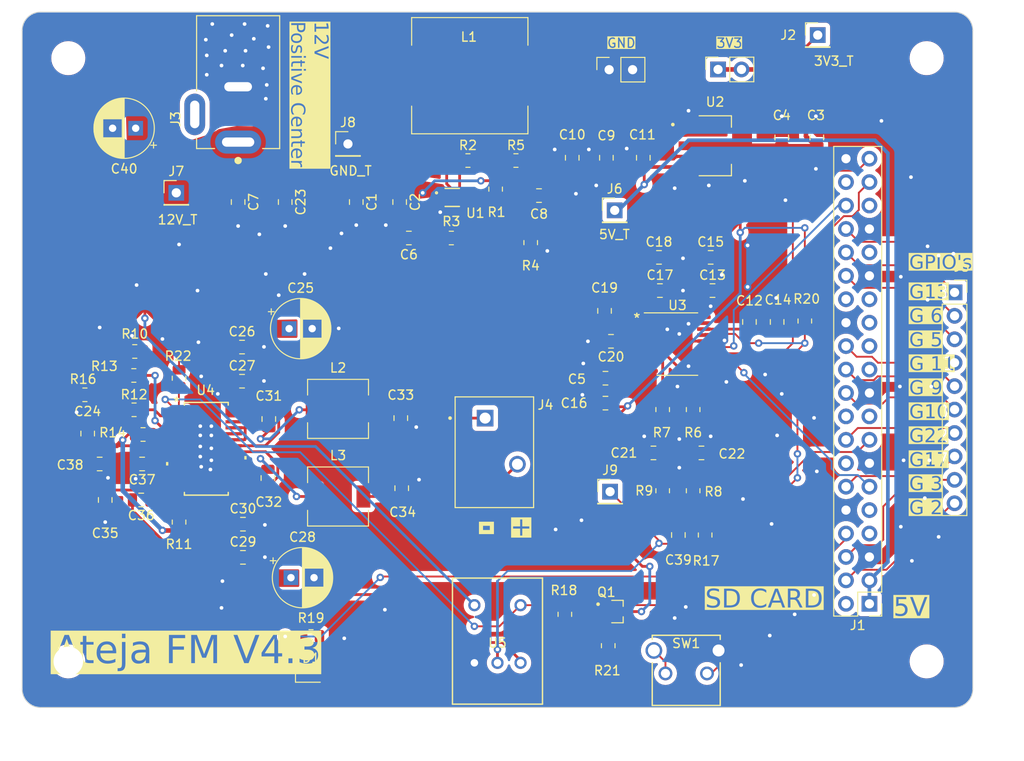
<source format=kicad_pcb>
(kicad_pcb (version 20221018) (generator pcbnew)
  (layers (0 "F.Cu" signal) (31 "B.Cu" power) (34 "B.Paste" user) (35 "F.Paste" user) (36 "B.SilkS" user "B.Silkscreen") (37 "F.SilkS" user "F.Silkscreen") (38 "B.Mask" user) (39 "F.Mask" user) (44 "Edge.Cuts" user))
  (net 0 "")
  (net 1 "VCC")
  (net 2 "GND")
  (net 3 "Net-(U1-SW)")
  (net 4 "Net-(C6-Pad2)")
  (net 5 "Net-(C8-Pad1)")
  (net 6 "/5V")
  (net 7 "Net-(U3-LDOO)")
  (net 8 "Net-(U3-CAPP)")
  (net 9 "Net-(U3-CAPM)")
  (net 10 "Net-(U3-VNEG)")
  (net 11 "Net-(C21-Pad1)")
  (net 12 "Net-(C22-Pad2)")
  (net 13 "Net-(C31-Pad1)")
  (net 14 "Net-(C31-Pad2)")
  (net 15 "Net-(C32-Pad1)")
  (net 16 "Net-(C32-Pad2)")
  (net 17 "Net-(C33-Pad2)")
  (net 18 "Net-(C34-Pad1)")
  (net 19 "Net-(U4-INN)")
  (net 20 "Net-(U4-INP)")
  (net 21 "/INP")
  (net 22 "Net-(U4-GVDD)")
  (net 23 "/BCK")
  (net 24 "/LRCK")
  (net 25 "/DIN")
  (net 27 "Net-(U1-EN)")
  (net 28 "Net-(U1-FB)")
  (net 29 "Net-(U1-BST)")
  (net 30 "Net-(U3-OUTL)")
  (net 31 "Net-(U3-OUTR)")
  (net 32 "Net-(R11-Pad1)")
  (net 33 "Net-(U4-*FAULT)")
  (net 34 "Net-(U4-GAIN0)")
  (net 35 "Net-(U4-GAIN1)")
  (net 36 "Net-(C39-Pad1)")
  (net 37 "/MUTE_LOW")
  (net 39 "/AMP_SD")
  (net 40 "Net-(J9-Pin_1)")
  (net 42 "/POWER_OFF")
  (net 43 "Net-(SW1-Pad1)")
  (net 44 "/3V3")
  (net 57 "/GPIO_2")
  (net 58 "/GPIO_3")
  (net 59 "/GPIO_17")
  (net 60 "/GPIO_22")
  (net 61 "/GPIO_10")
  (net 62 "/GPIO_9")
  (net 63 "/GPIO_11")
  (net 64 "/GPIO_5")
  (net 65 "/GPIO_6")
  (net 66 "/GPIO_13")
  (net 67 "Net-(D1-A)")
  (net 68 "/LED_ACTIVE")
  (footprint "Capacitor_SMD:C_0805_2012Metric" (layer "F.Cu") (at 88.6 61.4 180)
    (fp_text reference "C22")
    (fp_text value "2.2 nF")
  )
  (footprint "Capacitor_SMD:C_0805_2012Metric" (layer "F.Cu") (at 78.8 49.3 180)
    (fp_text reference "C20")
    (fp_text value "2.2uF")
  )
  (footprint "Connector_PinHeader_2.54mm:PinHeader_1x01_P2.54mm_Vertical" (layer "F.Cu") (at 79.2 35.1)
    (fp_text reference "J6")
    (fp_text value "5V5_T")
  )
  (footprint "Resistor_SMD:R_0805_2012Metric" (layer "F.Cu") (at 61.5 38.1 180)
    (fp_text reference "R3")
    (fp_text value "10 Ohm")
  )
  (footprint "Capacitor_SMD:C_0805_2012Metric" (layer "F.Cu") (at 56.025 57.625 90)
    (fp_text reference "C33")
    (fp_text value "1uF")
  )
  (footprint "Capacitor_SMD:C_0805_2012Metric" (layer "F.Cu") (at 27.9 66.5 180)
    (fp_text reference "C36")
    (fp_text value "1 uF")
  )
  (footprint "Resistor_SMD:R_0805_2012Metric" (layer "F.Cu") (at 70.1 38.6 90)
    (fp_text reference "R4")
    (fp_text value "5.49k")
  )
  (footprint "Capacitor_SMD:C_0805_2012Metric" (layer "F.Cu") (at 22.1 59.3 -90)
    (fp_text reference "C24")
    (fp_text value "1 uF")
  )
  (footprint "Connector_PinHeader_2.54mm:PinHeader_2x20_P2.54mm_Vertical" (layer "F.Cu") (at 106.8 77.76 180)
    (fp_text reference "J1")
    (fp_text value "Conn_02x20_Odd_Even")
  )
  (footprint "Capacitor_SMD:C_0805_2012Metric" (layer "F.Cu") (at 74.6 29.4 90)
    (fp_text reference "C10")
    (fp_text value "22uF")
  )
  (footprint "footprints:SW2_1825027-C_TEC" (layer "F.Cu") (at 84.699999 85.307949)
    (fp_text reference "SW1")
    (fp_text value "1825027-8")
  )
  (footprint "Resistor_SMD:R_0805_2012Metric" (layer "F.Cu") (at 46.3 81.3 180)
    (fp_text reference "R19")
    (fp_text value "1K")
  )
  (footprint "TPA3111D1PWPR:PWP28_6P17X2P4-M" (layer "F.Cu") (at 34.9532 60.950074)
    (fp_text reference "U4")
    (fp_text value "TPA3111D1PWPR")
  )
  (footprint "Capacitor_SMD:C_0805_2012Metric" (layer "F.Cu") (at 97.3 27.2 90)
    (fp_text reference "C4")
    (fp_text value "1.5 uF")
  )
  (footprint "Connector_PinSocket_2.54mm:PinSocket_1x10_P2.54mm_Vertical" (layer "F.Cu") (at 116.025 44)
    (fp_text reference "J5")
    (fp_text value "Conn_01x10_Socket")
  )
  (footprint "Capacitor_SMD:C_0805_2012Metric" (layer "F.Cu") (at 28 62.6)
    (fp_text reference "C37")
    (fp_text value "1 uF")
  )
  (footprint "Capacitor_SMD:C_0805_2012Metric" (layer "F.Cu") (at 55.9 34.2 -90)
    (fp_text reference "C2")
    (fp_text value "100 nF")
  )
  (footprint "Resistor_SMD:R_0805_2012Metric" (layer "F.Cu") (at 28.1 59.4 180)
    (fp_text reference "R14")
    (fp_text value "NC")
  )
  (footprint "Connector_PinSocket_2.54mm:PinSocket_1x02_P2.54mm_Vertical" (layer "F.Cu") (at 78.6 19.85 90)
    (fp_text reference "J11" hide)
    (fp_text value "Conn_01x02_Socket")
  )
  (footprint "Resistor_SMD:R_0805_2012Metric" (layer "F.Cu") (at 32 68.9 -90)
    (fp_text reference "R11")
    (fp_text value "100K")
  )
  (footprint "Capacitor_SMD:C_0805_2012Metric" (layer "F.Cu") (at 38.825 53.625)
    (fp_text reference "C27")
    (fp_text value "1000pF")
  )
  (footprint "Connector_PinHeader_2.54mm:PinHeader_1x01_P2.54mm_Vertical" (layer "F.Cu") (at 31.7 33.2)
    (fp_text reference "J7")
    (fp_text value "12V_T")
  )
  (footprint "Capacitor_SMD:C_0805_2012Metric" (layer "F.Cu") (at 38.4 34.2 -90)
    (fp_text reference "C7")
    (fp_text value "100 nF")
  )
  (footprint "Capacitor_SMD:C_0805_2012Metric" (layer "F.Cu") (at 38.825 49.925)
    (fp_text reference "C26")
    (fp_text value "0.1uF")
  )
  (footprint "Resistor_SMD:R_0805_2012Metric" (layer "F.Cu") (at 84.4 65.5 90)
    (fp_text reference "R9")
    (fp_text value "470 Ohm")
  )
  (footprint "MountingHole:MountingHole_3.2mm_M3" (layer "F.Cu") (at 113 18.6)
    (fp_text reference "H1" hide)
    (fp_text value "MountingHole")
  )
  (footprint "Capacitor_SMD:C_0805_2012Metric" (layer "F.Cu") (at 23.4 62.6)
    (fp_text reference "C38")
    (fp_text value "1 uF")
  )
  (footprint "Resistor_SMD:R_0805_2012Metric" (layer "F.Cu") (at 84.4 56.7 90)
    (fp_text reference "R7")
    (fp_text value "470 Ohm")
  )
  (footprint "MountingHole:MountingHole_3.2mm_M3" (layer "F.Cu") (at 20 18.6)
    (fp_text reference "H2" hide)
    (fp_text value "MountingHole")
  )
  (footprint "Resistor_SMD:R_0805_2012Metric" (layer "F.Cu") (at 78.5 82.3 90)
    (fp_text reference "R21")
    (fp_text value "1k Ohm")
  )
  (footprint "PTR901_2015K_B103:PTR901-2015K-B103_BRN" (layer "F.Cu") (at 64 84.1576)
    (fp_text reference "U5")
    (fp_text value "PTR901-2015K-B103")
  )
  (footprint "Capacitor_SMD:C_0805_2012Metric" (layer "F.Cu") (at 96.8 47.2 90)
    (fp_text reference "C14")
    (fp_text value "10 uF")
  )
  (footprint "Capacitor_SMD:C_0805_2012Metric" (layer "F.Cu") (at 83.4 61.4 180)
    (fp_text reference "C21")
    (fp_text value "2.2 nF")
  )
  (footprint "Capacitor_SMD:C_0805_2012Metric" (layer "F.Cu") (at 38.925 69.125)
    (fp_text reference "C30")
    (fp_text value "1000pF")
  )
  (footprint "Connector_PinHeader_2.54mm:PinHeader_1x01_P2.54mm_Vertical" (layer "F.Cu") (at 78.7 65.6)
    (fp_text reference "J9")
    (fp_text value "I2S_T")
  )
  (footprint "Capacitor_THT:CP_Radial_D6.3mm_P2.50mm" (layer "F.Cu") (at 27.3 26.2 180)
    (fp_text reference "C40")
    (fp_text value "100 uF")
  )
  (footprint "Inductor_SMD:L_6.3x6.3_H3" (layer "F.Cu") (at 49.225 66.125)
    (fp_text reference "L3")
    (fp_text value "33uH")
  )
  (footprint "Resistor_SMD:R_0805_2012Metric" (layer "F.Cu") (at 27.1 53 180)
    (fp_text reference "R13")
    (fp_text value "100K")
  )
  (footprint "Resistor_SMD:R_0805_2012Metric" (layer "F.Cu") (at 87.7 56.7 90)
    (fp_text reference "R6")
    (fp_text value "470 Ohm")
  )
  (footprint "Capacitor_SMD:C_0805_2012Metric" (layer "F.Cu") (at 78.2 53.3 180)
    (fp_text reference "C5")
    (fp_text value "0.1uF")
  )
  (footprint "PJ-202AH:CUI_PJ-202AH" (layer "F.Cu") (at 38.4 21.2 90)
    (fp_text reference "J3")
    (fp_text value "PJ-202AH")
  )
  (footprint "Resistor_SMD:R_0805_2012Metric" (layer "F.Cu") (at 99.8 47.1 -90)
    (fp_text reference "R20")
    (fp_text value "NC")
  )
  (footprint "Capacitor_THT:CP_Radial_D6.3mm_P2.50mm" (layer "F.Cu") (at 43.925 47.925)
    (fp_text reference "C25")
    (fp_text value "220 uF")
  )
  (footprint "Capacitor_SMD:C_0805_2012Metric" (layer "F.Cu") (at 82.3 29.4 90)
    (fp_text reference "C11")
    (fp_text value "1.5 uF")
  )
  (footprint "Capacitor_SMD:C_0805_2012Metric" (layer "F.Cu") (at 84 40.2)
    (fp_text reference "C18")
    (fp_text value "10 uF")
  )
  (footprint "2N7002W:SOT65P220X100-3N" (layer "F.Cu") (at 79.5 78.6)
    (fp_text reference "Q1")
    (fp_text value "2N7002W")
  )
  (footprint "TLV1117-33CDCYRG3:SOT230P700X180-4N" (layer "F.Cu") (at 90.1 28.1)
    (fp_text reference "U2")
    (fp_text value "TLV1117-33CDCYRG3")
  )
  (footprint "Package_SO:TSSOP-20_4.4x6.5mm_P0.65mm" (layer "F.Cu") (at 86 49.6)
    (fp_text reference "U3")
    (fp_text value "PCM5102A")
  )
  (footprint "Capacitor_SMD:C_0805_2012Metric" (layer "F.Cu") (at 38.925 72.725)
    (fp_text reference "C29")
    (fp_text value "0.1uF")
  )
  (footprint "Capacitor_SMD:C_0805_2012Metric" (layer "F.Cu") (at 43.5 34.2 -90)
    (fp_text reference "C23")
    (fp_text value "22uF")
  )
  (footprint "Connector_PinSocket_2.54mm:PinSocket_1x02_P2.54mm_Vertical" (layer "F.Cu") (at 90.4 19.825 90)
    (fp_text reference "J10" hide)
    (fp_text value "Conn_01x02_Socket")
  )
  (footprint "Capacitor_SMD:C_0805_2012Metric" (layer "F.Cu") (at 71 33.5)
    (fp_text reference "C8")
    (fp_text value "10 pF")
  )
  (footprint "Capacitor_SMD:C_0805_2012Metric" (layer "F.Cu") (at 93.8 47.2 90)
    (fp_text reference "C12")
    (fp_text value "0.1uF")
  )
  (footprint "Resistor_SMD:R_0805_2012Metric" (layer "F.Cu") (at 27.2 50.4 180)
    (fp_text reference "R10")
    (fp_text value "NC")
  )
  (footprint "Capacitor_SMD:C_0805_2012Metric" (layer "F.Cu") (at 84.1 43.8)
    (fp_text reference "C17")
    (fp_text value "0.1uF")
  )
  (footprint "Capacitor_SMD:C_0805_2012Metric" (layer "F.Cu") (at 56.9 38.1)
    (fp_text reference "C6")
    (fp_text value "1 uF")
  )
  (footprint "Resistor_SMD:R_0805_2012Metric" (layer "F.Cu") (at 63.3 29.7)
    (fp_text reference "R2")
    (fp_text value "18k")
  )
  (footprint "Capacitor_SMD:C_0805_2012Metric" (layer "F.Cu") (at 41.725 57.725 -90)
    (fp_text reference "C31")
    (fp_text value "0.47uF")
  )
  (footprint "Resistor_SMD:R_0805_2012Metric" (layer "F.Cu") (at 66.3 32.8 -90)
    (fp_text reference "R1")
    (fp_text value "100k")
  )
  (footprint "Resistor_SMD:R_0805_2012Metric" (layer "F.Cu") (at 89 70.3 -90)
    (fp_text reference "R17")
    (fp_text value "470 Ohm")
  )
  (footprint "Resistor_SMD:R_0805_2012Metric" (layer "F.Cu") (at 73.8 78.9 90)
    (fp_text reference "R18")
    (fp_text value "1k Ohm")
  )
  (footprint "Capacitor_THT:CP_Radial_D6.3mm_P2.50mm" (layer "F.Cu") (at 44.125 74.925)
    (fp_text reference "C28")
    (fp_text value "220 uF")
  )
  (footprint "Capacitor_SMD:C_0805_2012Metric" (layer "F.Cu") (at 41.625 64.125 90)
    (fp_text reference "C32")
    (fp_text value "0.47uF")
  )
  (footprint "Capacitor_SMD:C_0805_2012Metric" (layer "F.Cu") (at 56.125 65.225 90)
    (fp_text reference "C34")
    (fp_text value "1uF")
  )
  (footprint "MP1660GTF_Z:SOT563-6PIN_MNP" (layer "F.Cu") (at 61.6 33.7)
    (fp_text reference "U1")
    (fp_text value "MP1660GTF-Z")
  )
  (footprint "Capacitor_SMD:C_0805_2012Metric" (layer "F.Cu") (at 89.8 43.8)
    (fp_text reference "C13")
    (fp_text value "0.1uF")
  )
  (footprint "TBL002A-350-02GR-2OR:CUI_TBL002A-350-02GR-2OR" (layer "F.Cu") (at 65.1625 57.625)
    (fp_text reference "J4")
    (fp_text value "TBL002A-350-02GR-2OR")
  )
  (footprint "Connector_PinHeader_2.54mm:PinHeader_1x01_P2.54mm_Vertical" (layer "F.Cu") (at 101.2 16.1)
    (fp_text reference "J2")
    (fp_text value "3V3_T")
  )
  (footprint "Inductor_SMD:L_12x12mm_H6mm" (layer "F.Cu") (at 63.5 20.5)
    (fp_text reference "L1")
    (fp_text value "4.7 uH")
  )
  (footprint "Inductor_SMD:L_6.3x6.3_H3" (layer "F.Cu") (at 49.225 56.625)
    (fp_text reference "L2")
    (fp_text value "33uH")
  )
  (footprint "Connector_PinHeader_2.54mm:PinHeader_1x01_P2.54mm_Vertical" (layer "F.Cu") (at 50.3 27.9)
    (fp_text reference "J8")
    (fp_text value "GND_T")
  )
  (footprint "Capacitor_SMD:C_0805_2012Metric" (layer "F.Cu") (at 78.3 29.4 90)
    (fp_text reference "C9")
    (fp_text value "22uF")
  )
  (footprint "Capacitor_SMD:C_0805_2012Metric" (layer "F.Cu") (at 101.1 27.2 90)
    (fp_text reference "C3")
    (fp_text value "47 uF")
  )
  (footprint "Resistor_SMD:R_0805_2012Metric" (layer "F.Cu") (at 21.8 55.1 180)
    (fp_text reference "R16")
    (fp_text value "100K")
  )
  (footprint "MountingHole:MountingHole_3.2mm_M3" (layer "F.Cu") (at 113 84)
    (fp_text reference "H4" hide)
    (fp_text value "MountingHole")
  )
  (footprint "LED_SMD:LED_0805_2012Metric" (layer "F.Cu") (at 46.3 85.3)
    (fp_text reference "D1")
    (fp_text value "LED")
  )
  (footprint "Capacitor_SMD:C_0805_2012Metric" (layer "F.Cu") (at 78.2 56 180)
    (fp_text reference "C16")
    (fp_text value "10 uF")
  )
  (footprint "Resistor_SMD:R_0805_2012Metric" (layer "F.Cu") (at 68.5 29.7)
    (fp_text reference "R5")
    (fp_text value "40.2k")
  )
  (footprint "Resistor_SMD:R_0805_2012Metric" (layer "F.Cu") (at 27.125 56.725)
    (fp_text reference "R12")
    (fp_text value "100k Ohm")
  )
  (footprint "MountingHole:MountingHole_3.2mm_M3" (layer "F.Cu") (at 20 84)
    (fp_text reference "H3" hide)
    (fp_text value "MountingHole")
  )
  (footprint "Capacitor_SMD:C_0805_2012Metric" (layer "F.Cu") (at 86.1 70.3 -90)
    (fp_text reference "C39")
    (fp_text value "10 uF")
  )
  (footprint "Resistor_SMD:R_0805_2012Metric" (layer "F.Cu") (at 87.7 65.5 90)
    (fp_text reference "R8")
    (fp_text value "470 Ohm")
  )
  (footprint "Capacitor_SMD:C_0805_2012Metric" (layer "F.Cu") (at 78.1 46 -90)
    (fp_text reference "C19")
    (fp_text value "2.2uF")
  )
  (footprint "Capacitor_SMD:C_0805_2012Metric" (layer "F.Cu") (at 24 66.5 -90)
    (fp_text reference "C35")
    (fp_text value "1 uF")
  )
  (footprint "Capacitor_SMD:C_0805_2012Metric" (layer "F.Cu") (at 89.6 40.2)
    (fp_text reference "C15")
    (fp_text value "10 uF")
  )
  (footprint "Resistor_SMD:R_0805_2012Metric" (layer "F.Cu") (at 32 53.3 -90)
    (fp_text reference "R22")
    (fp_text value "NC")
  )
  (footprint "Capacitor_SMD:C_0805_2012Metric" (layer "F.Cu") (at 51.2 34.2 -90)
    (fp_text reference "C1")
    (fp_text value "22uF")
  )
  (gr_arc (start 15 15.6) (mid 15.585786 14.185786) (end 17 13.6) (stroke (width 0.1)) (layer "Edge.Cuts"))
  (gr_line (start 118 15.6) (end 118 87) (stroke (width 0.1)) (layer "Edge.Cuts"))
  (gr_line (start 15 87) (end 15 15.6) (stroke (width 0.1)) (layer "Edge.Cuts"))
  (gr_arc (start 17 89) (mid 15.585786 88.414214) (end 15 87) (stroke (width 0.1)) (layer "Edge.Cuts"))
  (gr_line (start 116 89) (end 17 89) (stroke (width 0.1)) (layer "Edge.Cuts"))
  (gr_line (start 17 13.6) (end 116 13.6) (stroke (width 0.1)) (layer "Edge.Cuts"))
  (gr_arc (start 118 87) (mid 117.414214 88.414214) (end 116 89) (stroke (width 0.1)) (layer "Edge.Cuts"))
  (gr_arc (start 116 13.6) (mid 117.414214 14.185786) (end 118 15.6) (stroke (width 0.1)) (layer "Edge.Cuts"))
  (gr_text "G 6" (at 111.1 47.5) (layer "F.SilkS" knockout) (effects (font (size 1.5 1.5)) (justify left bottom)))
  (gr_text "GND" (at 78.3 17.55) (layer "F.SilkS" knockout) (effects (font (size 1 1)) (justify left bottom)))
  (gr_text "SD CARD" (at 89 78.5) (layer "F.SilkS" knockout) (effects (font (size 2 2)) (justify left bottom)))
  (gr_text "G 11" (at 111.1 52.7) (layer "F.SilkS" knockout) (effects (font (size 1.5 1.5)) (justify left bottom)))
  (gr_text "GPIO's" (at 111.1 41.7) (layer "F.SilkS" knockout) (effects (font (size 1.5 1.5)) (justify left bottom)))
  (gr_text "GND_T" (at 48.2 31.4) (layer "F.SilkS") (effects (font (size 1 1)) (justify left bottom)))
  (gr_text "3V3" (at 90.15 17.55) (layer "F.SilkS" knockout) (effects (font (size 1 1)) (justify left bottom)))
  (gr_text "Ateja FM V4.3" (at 32.9 84.7) (layer "F.SilkS" knockout) (effects (font (size 3 3)) (justify bottom)))
  (gr_text "3V3_T" (at 100.7 19.5) (layer "F.SilkS") (effects (font (size 1 1)) (justify left bottom)))
  (gr_text "12V_T" (at 29.6 36.7) (layer "F.SilkS") (effects (font (size 1 1)) (justify left bottom)))
  (gr_text "G13" (at 111.1 44.9) (layer "F.SilkS" knockout) (effects (font (size 1.5 1.5)) (justify left bottom)))
  (gr_text "5V_T" (at 77.4 38.3) (layer "F.SilkS") (effects (font (size 1 1)) (justify left bottom)))
  (gr_text "5V" (at 109.4 79.4) (layer "F.SilkS" knockout) (effects (font (size 2 2)) (justify left bottom)))
  (gr_text "G 3" (at 111.1 65.7) (layer "F.SilkS" knockout) (effects (font (size 1.5 1.5)) (justify left bottom)))
  (gr_text "+" (at 67.9 70.7) (layer "F.SilkS" knockout) (effects (font (size 2 2)) (justify left bottom)))
  (gr_text "G17" (at 111.1 63.1) (layer "F.SilkS" knockout) (effects (font (size 1.5 1.5)) (justify left bottom)))
  (gr_text "G10" (at 111.1 57.9) (layer "F.SilkS" knockout) (effects (font (size 1.5 1.5)) (justify left bottom)))
  (gr_text "12V\nPositive Center" (at 43.9 14.6 -90) (layer "F.SilkS" knockout) (effects (font (size 1.5 1.5)) (justify left bottom)))
  (gr_text "*" (at 81.6 46.8) (layer "F.SilkS") (effects (font (size 1 1))))
  (gr_text "G 2" (at 111.1 68.3) (layer "F.SilkS" knockout) (effects (font (size 1.5 1.5)) (justify left bottom)))
  (gr_text "G22" (at 111.1 60.5) (layer "F.SilkS" knockout) (effects (font (size 1.5 1.5)) (justify left bottom)))
  (gr_text "G 9" (at 111.1 55.3) (layer "F.SilkS" knockout) (effects (font (size 1.5 1.5)) (justify left bottom)))
  (gr_text "G 5" (at 111.1 50.1) (layer "F.SilkS" knockout) (effects (font (size 1.5 1.5)) (justify left bottom)))
  (gr_text "-" (at 64.8 71.75) (layer "F.SilkS" knockout) (effects (font (size 4 2)) (justify left bottom)))
  (segment (start 37.925 64.525137) (end 37.925 65.175148) (width 0.3) (layer "F.Cu") (net 1))
  (segment (start 26.1875 53) (end 26.1875 52.9875) (width 0.2) (layer "F.Cu") (net 1))
  (segment (start 40.175 74.925) (end 44.125 74.925) (width 0.3) (layer "F.Cu") (net 1))
  (segment (start 19.69375 54.24375) (end 21.56875 52.36875) (width 0.5) (layer "F.Cu") (net 1))
  (segment (start 37.925 55.325) (end 32.65 50.05) (width 0.5) (layer "F.Cu") (net 1))
  (segment (start 31.75 33.25) (end 31.7 33.2) (width 1.5) (layer "F.Cu") (net 1))
  (segment (start 19.4 57) (end 19.4 61.5) (width 0.3) (layer "F.Cu") (net 1))
  (segment (start 25.9 60) (end 26.5 59.4) (width 0.3) (layer "F.Cu") (net 1))
  (segment (start 26.1875 52.9875) (end 23.56875 50.36875) (width 0.2) (layer "F.Cu") (net 1))
  (segment (start 32 69.8125) (end 37.2875 69.8125) (width 0.5) (layer "F.Cu") (net 1))
  (segment (start 37.925 65.175148) (end 37.925 69.075) (width 0.3) (layer "F.Cu") (net 1))
  (segment (start 32 52.3875) (end 32 50.7) (width 0.2) (layer "F.Cu") (net 1))
  (segment (start 20.5 62.6) (end 22.45 62.6) (width 0.3) (layer "F.Cu") (net 1))
  (segment (start 19.4 58.660662) (end 20.989339 60.25) (width 0.5) (layer "F.Cu") (net 1))
  (segment (start 37.925 56.725) (end 37.925 55.325) (width 0.3) (layer "F.Cu") (net 1))
  (segment (start 28.3 46.8) (end 28.3 46.06875) (width 0.3) (layer "F.Cu") (net 1))
  (segment (start 37.975 72.725) (end 40.175 74.925) (width 0.3) (layer "F.Cu") (net 1))
  (segment (start 37.925 53.675) (end 37.925 56.725) (width 0.3) (layer "F.Cu") (net 1))
  (segment (start 37.2875 69.8125) (end 37.975 69.125) (width 0.5) (layer "F.Cu") (net 1))
  (segment (start 37.925 69.075) (end 37.975 69.125) (width 0.3) (layer "F.Cu") (net 1))
  (segment (start 37.975 69.125) (end 37.975 72.725) (width 0.3) (layer "F.Cu") (net 1))
  (segment (start 23.425068 60.625068) (end 23.05 60.25) (width 0.5) (layer "F.Cu") (net 1))
  (segment (start 32 50.7) (end 32.65 50.05) (width 0.2) (layer "F.Cu") (net 1))
  (segment (start 39.875 47.925) (end 43.925 47.925) (width 0.3) (layer "F.Cu") (net 1))
  (segment (start 23.425068 60.625068) (end 25.274932 60.625068) (width 0.5) (layer "F.Cu") (net 1))
  (segment (start 32 69.8125) (end 30.2125 69.8125) (width 0.5) (layer "F.Cu") (net 1))
  (segment (start 19.69375 54.25625) (end 19.69375 54.24375) (width 0.5) (layer "F.Cu") (net 1))
  (segment (start 37.875 53.625) (end 37.925 53.675) (width 0.3) (layer "F.Cu") (net 1))
  (segment (start 47.4 33.25) (end 47.4 36.3) (width 0.5) (layer "F.Cu") (net 1))
  (segment (start 34.2375 39.7) (end 27.96875 45.96875) (width 0.5) (layer "F.Cu") (net 1))
  (segment (start 25.274932 60.625068) (end 25.9 60) (width 0.5) (layer "F.Cu") (net 1))
  (segment (start 20.989339 60.25) (end 22.1 60.25) (width 0.5) (layer "F.Cu") (net 1))
  (segment (start 26.2125 56.725) (end 21.85625 52.36875) (width 0.3) (layer "F.Cu") (net 1))
  (segment (start 37.875 49.925) (end 37.875 53.625) (width 0.3) (layer "F.Cu") (net 1))
  (segment (start 37.925 56.725) (end 37.925 57.375011) (width 0.3) (layer "F.Cu") (net 1))
  (segment (start 47.4 36.3) (end 44 39.7) (width 0.5) (layer "F.Cu") (net 1))
  (segment (start 55.949999 33.200001) (end 55.9 33.25) (width 0.3) (layer "F.Cu") (net 1))
  (segment (start 19.4 57) (end 19.4 58.660662) (width 0.5) (layer "F.Cu") (net 1))
  (segment (start 21.85625 52.36875) (end 21.56875 52.36875) (width 0.3) (layer "F.Cu") (net 1))
  (segment (start 44 39.7) (end 34.2375 39.7) (width 0.5) (layer "F.Cu") (net 1))
  (segment (start 23.56875 50.36875) (end 21.56875 52.36875) (width 0.5) (layer "F.Cu") (net 1))
  (segment (start 19.4 61.5) (end 20.5 62.6) (width 0.3) (layer "F.Cu") (net 1))
  (segment (start 66.3 31.8875) (end 64.7125 31.8875) (width 0.3) (layer "F.Cu") (net 1))
  (segment (start 26.5 59.4) (end 27.1875 59.4) (width 0.3) (layer "F.Cu") (net 1))
  (segment (start 23.05 60.25) (end 22.1 60.25) (width 0.5) (layer "F.Cu") (net 1))
  (segment (start 19.4 54.55) (end 19.69375 54.25625) (width 0.5) (layer "F.Cu") (net 1))
  (segment (start 32.65 50.05) (end 28.31875 45.71875) (width 0.5) (layer "F.Cu") (net 1))
  (segment (start 27.96875 45.96875) (end 23.56875 50.36875) (width 0.5) (layer "F.Cu") (net 1))
  (segment (start 30.2125 69.8125) (end 30.2 69.8) (width 0.3) (layer "F.Cu") (net 1))
  (segment (start 19.4 57) (end 19.4 54.55) (width 0.5) (layer "F.Cu") (net 1))
  (segment (start 64.7125 31.8875) (end 64.7 31.9) (width 0.3) (layer "F.Cu") (net 1))
  (segment (start 23.425068 60.625068) (end 31.9814 60.625068) (width 0.3) (layer "F.Cu") (net 1))
  (segment (start 37.875 49.925) (end 39.875 47.925) (width 0.3) (layer "F.Cu") (net 1))
  (via (at 28.3 46.8) (size 0.8) (drill 0.4) (layers "F.Cu" "B.Cu") (net 1))
  (via (at 25.9 60) (size 0.8) (drill 0.4) (layers "F.Cu" "B.Cu") (net 1))
  (via (at 30.2 69.8) (size 0.8) (drill 0.4) (layers "F.Cu" "B.Cu") (net 1))
  (via (at 58.4 33.200001) (size 0.8) (drill 0.4) (layers "F.Cu" "B.Cu") (net 1))
  (via (at 64.7 31.9) (size 0.8) (drill 0.4) (layers "F.Cu" "B.Cu") (net 1))
  (segment (start 28.3 48.660661) (end 28.3 46.8) (width 0.3) (layer "B.Cu") (net 1))
  (segment (start 46.792399 60.7) (end 40.339339 60.7) (width 0.3) (layer "B.Cu") (net 1))
  (segment (start 59.700001 31.9) (end 58.4 33.200001) (width 0.3) (layer "B.Cu") (net 1))
  (segment (start 30.2 69.8) (end 25.9 65.5) (width 0.5) (layer "B.Cu") (net 1))
  (segment (start 64.7 31.9) (end 59.700001 31.9) (width 0.3) (layer "B.Cu") (net 1))
  (segment (start 64 77.907601) (end 46.792399 60.7) (width 0.3) (layer "B.Cu") (net 1))
  (segment (start 40.339339 60.7) (end 28.3 48.660661) (width 0.3) (layer "B.Cu") (net 1))
  (segment (start 25.9 65.5) (end 25.9 60) (width 0.5) (layer "B.Cu") (net 1))
  (segment (start 90.75 42.05) (end 90.8 42.1) (width 0.3) (layer "F.Cu") (net 2))
  (segment (start 56.125 64.275) (end 57.975 64.275) (width 0.3) (layer "F.Cu") (net 2))
  (segment (start 88.8625 47.325) (end 87.275 47.325) (width 0.3) (layer "F.Cu") (net 2))
  (segment (start 78.3 28.45) (end 76.45 28.45) (width 0.3) (layer "F.Cu") (net 2))
  (segment (start 55.9 35.2) (end 54.4 36.7) (width 0.5) (layer "F.Cu") (net 2))
  (segment (start 31.9814 58.025023) (end 33.825023 58.025023) (width 0.3) (layer "F.Cu") (net 2))
  (segment (start 33.475034 58.675034) (end 34.3 59.5) (width 0.3) (layer "F.Cu") (net 2))
  (segment (start 36.203126 62.2) (end 35.5 62.2) (width 0.3) (layer "F.Cu") (net 2))
  (segment (start 71.8875 39.5125) (end 71.9 39.5) (width 0.3) (layer "F.Cu") (net 2))
  (segment (start 82.45 61.4) (end 82.45 59.65) (width 0.3) (layer "F.Cu") (net 2))
  (segment (start 77 56.4) (end 75.7 55.1) (width 0.3) (layer "F.Cu") (net 2))
  (segment (start 87.725 52.525) (end 87.2 52) (width 0.3) (layer "F.Cu") (net 2))
  (segment (start 80.55 28.45) (end 80.5 28.4) (width 0.3) (layer "F.Cu") (net 2))
  (segment (start 51.2 35.15) (end 51.2 36.7) (width 0.5) (layer "F.Cu") (net 2))
  (segment (start 24.35 64.05) (end 24.3 64.1) (width 0.3) (layer "F.Cu") (net 2))
  (segment (start 90.75 43.9) (end 90.75 44.3495) (width 0.3) (layer "F.Cu") (net 2))
  (segment (start 83.1375 47.975) (end 84.875 47.975) (width 0.3) (layer "F.Cu") (net 2))
  (segment (start 57.975 64.275) (end 58 64.3) (width 0.3) (layer "F.Cu") (net 2))
  (segment (start 77.85 49.3) (end 76.3 49.3) (width 0.3) (layer "F.Cu") (net 2))
  (segment (start 41.175 53.625) (end 41.2 53.6) (width 0.3) (layer "F.Cu") (net 2))
  (segment (start 46.425 47.925) (end 49.275 47.925) (width 0.3) (layer "F.Cu") (net 2))
  (segment (start 24.35 62.6) (end 27.05 62.6) (width 0.3) (layer "F.Cu") (net 2))
  (segment (start 77.15 56.4) (end 77 56.4) (width 0.3) (layer "F.Cu") (net 2))
  (segment (start 33.825023 58.025023) (end 34.3 58.5) (width 0.3) (layer "F.Cu") (net 2))
  (segment (start 38.4 35.15) (end 38.4 36.8) (width 0.5) (layer "F.Cu") (net 2))
  (segment (start 101 24.9) (end 101 26.25) (width 0.3) (layer "F.Cu") (net 2))
  (segment (start 60.7999 34.8001) (end 60.3 35.3) (width 0.3) (layer "F.Cu") (net 2))
  (segment (start 77.15 53.05) (end 75.8 51.7) (width 0.3) (layer "F.Cu") (net 2))
  (segment (start 31.9814 61.27508) (end 32.00632 61.3) (width 0.3) (layer "F.Cu") (net 2))
  (segment (start 31.9814 61.27508) (end 28.37492 61.27508) (width 0.3) (layer "F.Cu") (net 2))
  (segment (start 39.775 49.925) (end 41.175 49.925) (width 0.3) (layer "F.Cu") (net 2))
  (segment (start 76.45 28.45) (end 76.4 28.5) (width 0.3) (layer "F.Cu") (net 2))
  (segment (start 39.775 53.625) (end 41.175 53.625) (width 0.3) (layer "F.Cu") (net 2))
  (segment (start 89.55 61.4) (end 89.55 59.65) (width 0.3) (layer "F.Cu") (net 2))
  (segment (start 28.37492 61.27508) (end 27.05 62.6) (width 0.3) (layer "F.Cu") (net 2))
  (segment (start 35.5 60.403274) (end 35.5 60.9) (width 0.3) (layer "F.Cu") (net 2))
  (segment (start 84.875 47.975) (end 84.9 48) (width 0.3) (layer "F.Cu") (net 2))
  (segment (start 36.578228 59.325046) (end 35.5 60.403274) (width 0.3) (layer "F.Cu") (net 2))
  (segment (start 88.8625 49.275) (end 86.975 49.275) (width 0.3) (layer "F.Cu") (net 2))
  (segment (start 77.15 53.2) (end 77.15 53.05) (width 0.3) (layer "F.Cu") (net 2))
  (segment (start 34.3 61.8) (end 34.628194 61.27508) (width 0.3) (layer "F.Cu") (net 2))
  (segment (start 49.275 47.925) (end 49.3 47.9) (width 0.3) (layer "F.Cu") (net 2))
  (segment (start 85.05 40.3) (end 86.6 40.3) (width 0.3) (layer "F.Cu") (net 2))
  (segment (start 87.2 25.8) (end 87.2 24.3) (width 0.3) (layer "F.Cu") (net 2))
  (segment (start 86.975 49.275) (end 86.2 48.5) (width 0.3) (layer "F.Cu") (net 2))
  (segment (start 85 43.81) (end 86.59 43.81) (width 0.3) (layer "F.Cu") (net 2))
  (segment (start 41.275 72.725) (end 41.3 72.7) (width 0.3) (layer "F.Cu") (net 2))
  (segment (start 36.578228 62.575102) (end 36.203126 62.2) (width 0.3) (layer "F.Cu") (net 2))
  (segment (start 31.9814 58.675034) (end 33.475034 58.675034) (width 0.3) (layer "F.Cu") (net 2))
  (segment (start 41.175 49.925) (end 41.2 49.9) (width 0.3) (layer "F.Cu") (net 2))
  (segment (start 97.3 24.9) (end 97.3 26.25) (width 0.3) (layer "F.Cu") (net 2))
  (segment (start 57.675 58.575) (end 57.7 58.6) (width 0.3) (layer "F.Cu") (net 2))
  (segment (start 35.5 62.2) (end 35.5 61.496874) (width 0.3) (layer "F.Cu") (net 2))
  (segment (start 88.8625 52.525) (end 87.725 52.525) (width 0.3) (layer "F.Cu") (net 2))
  (segment (start 89.55 59.65) (end 89.6 59.6) (width 0.3) (layer "F.Cu") (net 2))
  (segment (start 33.8 61.3) (end 34.3 61.8) (width 0.3) (layer "F.Cu") (net 2))
  (segment (start 91.1 49.2) (end 91.025 49.275) (width 0.3) (layer "F.Cu") (net 2))
  (segment (start 39.875 72.725) (end 41.275 72.725) (width 0.3) (layer "F.Cu") (net 2))
  (segment (start 91.025 49.275) (end 88.8625 49.275) (width 0.3) (layer "F.Cu") (net 2))
  (segment (start 82.45 59.65) (end 82.4 59.6) (width 0.3) (layer "F.Cu") (net 2))
  (segment (start 60.7999 34.199999) (end 60.7999 34.8001) (width 0.3) (layer "F.Cu") (net 2))
  (segment (start 43.5 35.15) (end 43.5 36.8) (width 0.5) (layer "F.Cu") (net 2))
  (segment (start 74.6 28.45) (end 72.75 28.45) (width 0.3) (layer "F.Cu") (net 2))
  (segment (start 82.3 28.45) (end 80.55 28.45) (width 0.3) (layer "F.Cu") (net 2))
  (segment (start 39.875 69.125) (end 41.225 69.125) (width 0.3) (layer "F.Cu") (net 2))
  (segment (start 41.225 69.125) (end 41.3 69.2) (width 0.3) (layer "F.Cu") (net 2))
  (segment (start 55.9 35.15) (end 55.9 35.2) (width 0.5) (layer "F.Cu") (net 2))
  (segment (start 70.1 39.5125) (end 71.8875 39.5125) (width 0.3) (layer "F.Cu") (net 2))
  (segment (start 87.275 47.325) (end 87.2 47.4) (width 0.3) (layer "F.Cu") (net 2))
  (segment (start 72.75 28.45) (end 72.7 28.5) (width 0.3) (layer "F.Cu") (net 2))
  (segment (start 56.025 58.575) (end 57.675 58.575) (width 0.3) (layer "F.Cu") (net 2))
  (segment (start 37.925 62.575102) (end 36.578228 62.575102) (width 0.3) (layer "F.Cu") (net 2))
  (segment (start 32.00632 61.3) (end 33.8 61.3) (width 0.3) (layer "F.Cu") (net 2))
  (segment (start 37.925 59.325046) (end 36.578228 59.325046) (width 0.3) (layer "F.Cu") (net 2))
  (segment (start 86.59 43.81) (end 86.6 43.8) (width 0.3) (layer "F.Cu") (net 2))
  (segment (start 90.75 44.3495) (end 89.5995 45.5) (width 0.3) (layer "F.Cu") (net 2))
  (via (at 113.1 44.8) (size 0.8) (drill 0.4) (layers "F.Cu" "B.Cu") (net 2))
  (via (at 24.3 64.1) (size 0.8) (drill 0.4) (layers "F.Cu" "B.Cu") (net 2))
  (via (at 75.6 68.7) (size 0.8) (drill 0.4) (layers "F.Cu" "B.Cu") (net 2))
  (via (at 71.9 39.5) (size 0.8) (drill 0.4) (layers "F.Cu" "B.Cu") (net 2))
  (via (at 32 38.8) (size 0.8) (drill 0.4) (layers "F.Cu" "B.Cu") (net 2))
  (via (at 84.9 48) (size 0.8) (drill 0.4) (layers "F.Cu" "B.Cu") (net 2))
  (via (at 58 64.3) (size 0.8) (drill 0.4) (layers "F.Cu" "B.Cu") (net 2))
  (via (at 35.4 63.2) (size 0.8) (drill 0.4) (layers "F.Cu" "B.Cu") (net 2))
  (via (at 86.6 43.8) (size 0.8) (drill 0.4) (layers "F.Cu" "B.Cu") (net 2))
  (via (at 77.2 32.4) (size 0.8) (drill 0.4) (layers "F.Cu" "B.Cu") (net 2))
  (via (at 45.6 42) (size 0.8) (drill 0.4) (layers "F.Cu" "B.Cu") (net 2))
  (via (at 41.1 19.7) (size 0.8) (drill 0.4) (layers "F.Cu" "B.Cu") (net 2))
  (via (at 72.8 69.7) (size 0.8) (drill 0.4) (layers "F.Cu" "B.Cu") (net 2))
  (via (at 24 68.9) (size 0.8) (drill 0.4) (layers "F.Cu" "B.Cu") (net 2))
  (via (at 101.1 63.4) (size 0.8) (drill 0.4) (layers "F.Cu" "B.Cu") (net 2))
  (via (at 60.3 35.3) (size 0.8) (drill 0.4) (layers "F.Cu" "B.Cu") (net 2))
  (via (at 49.6 37.6) (size 0.8) (drill 0.4) (layers "F.Cu" "B.Cu") (net 2))
  (via (at 36.7 75.3) (size 0.8) (drill 0.4) (layers "F.Cu" "B.Cu") (net 2))
  (via (at 34.3 59.5) (size 0.8) (drill 0.4) (layers "F.Cu" "B.Cu") (net 2))
  (via (at 35.5 60.9) (size 0.8) (drill 0.4) (layers "F.Cu" "B.Cu") (net 2))
  (via (at 101 24.9) (size 0.8) (drill 0.4) (layers "F.Cu" "B.Cu") (net 2))
  (via (at 38.9 19.4) (size 0.8) (drill 0.4) (layers "F.Cu" "B.Cu") (net 2))
  (via (at 40.7 37.7) (size 0.8) (drill 0.4) (layers "F.Cu" "B.Cu") (net 2))
  (via (at 49.9 81.5) (size 0.8) (drill 0.4) (layers "F.Cu" "B.Cu") (net 2))
  (via (at 35 18.3) (size 0.8) (drill 0.4) (layers "F.Cu" "B.Cu") (net 2))
  (via (at 110.1 54.2) (size 0.8) (drill 0.4) (layers "F.Cu" "B.Cu") (net 2))
  (via (at 34.9 16.6) (size 0.8) (drill 0.4) (layers "F.Cu" "B.Cu") (net 2))
  (via (at 75.8 51.7) (size 0.8) (drill 0.4) (layers "F.Cu" "B.Cu") (net 2))
  (via (at 113.3 62.2) (size 0.8) (drill 0.4) (layers "F.Cu" "B.Cu") (net 2))
  (via (at 41.4 42) (size 0.8) (drill 0.4) (layers "F.Cu" "B.Cu") (net 2))
  (via (at 34.3 61.8) (size 0.8) (drill 0.4) (layers "F.Cu" "B.Cu") (net 2))
  (via (at 41.6 15.1) (size 0.8) (drill 0.4) (layers "F.Cu" "B.Cu") (net 2))
  (via (at 40.1 16.5) (size 0.8) (drill 0.4) (layers "F.Cu" "B.Cu") (net 2))
  (via (at 89.4 32.4) (size 0.8) (drill 0.4) (layers "F.Cu" "B.Cu") (net 2))
  (via (at 108.1 25.4) (size 0.8) (drill 0.4) (layers "F.Cu" "B.Cu") (net 2))
  (via (at 43.5 36.8) (size 0.8) (drill 0.4) (layers "F.Cu" "B.Cu") (net 2))
  (via (at 38.4 36.8) (size 0.8) (drill 0.4) (layers "F.Cu" "B.Cu") (net 2))
  (via (at 96.8 59.5) (size 0.8) (drill 0.4) (layers "F.Cu" "B.Cu") (net 2))
  (via (at 72.7 28.5) (size 0.8) (drill 0.4) (layers "F.Cu" "B.Cu") (net 2))
  (via (at 57.7 58.6) (size 0.8) (drill 0.4) (layers "F.Cu" "B.Cu") (net 2))
  (via (at 91.1 49.2) (size 0.8) (drill 0.4) (layers "F.Cu" "B.Cu") (net 2))
  (via (at 86.2 59.9) (size 0.8) (drill 0.4) (layers "F.Cu" "B.Cu") (net 2))
  (via (at 80.5 28.4) (size 0.8) (drill 0.4) (layers "F.Cu" "B.Cu") (net 2))
  (via (at 86.9 78.1) (size 0.8) (drill 0.4) (layers "F.Cu" "B.Cu") (net 2))
  (via (at 111.3 31.5) (size 0.8) (drill 0.4) (layers "F.Cu" "B.Cu") (net 2))
  (via (at 113.1 39) (size 0.8) (drill 0.4) (layers "F.Cu" "B.Cu") (net 2))
  (via (at 42.8 44.3) (size 0.8) (drill 0.4) (layers "F.Cu" "B.Cu") (net 2))
  (via (at 75 33.3) (size 0.8) (drill 0.4) (layers "F.Cu" "B.Cu") (net 2))
  (via (at 93.6 43.4) (size 0.8) (drill 0.4) (layers "F.Cu" "B.Cu") (net 2))
  (via (at 41.4 23) (size 0.8) (drill 0.4) (layers "F.Cu" "B.Cu") (net 2))
  (via (at 39.2 17.8) (size 0.8) (drill 0.4) (layers "F.Cu" "B.Cu") (net 2))
  (via (at 85.7 32.7) (size 0.8) (drill 0.4) (layers "F.Cu" "B.Cu") (net 2))
  (via (at 82.4 59.6) (size 0.8) (drill 0.4) (layers "F.Cu" "B.Cu") (net 2))
  (via (at 86.6 40.3) (size 0.8) (drill 0.4) (layers "F.Cu" "B.Cu") (net 2))
  (via (at 111.4 73.1) (size 0.8) (drill 0.4) (layers "F.Cu" "B.Cu") (net 2))
  (via (at 98.7 78.9) (size 0.8) (drill 0.4) (layers "F.Cu" "B.Cu") (net 2))
  (via (at 34.3 60.7) (size 0.8) (drill 0.4) (layers "F.Cu" "B.Cu") (net 2))
  (via (at 27.4 43.2) (size 0.8) (drill 0.4) (layers "F.Cu" "B.Cu") (net 2))
  (via (at 34.4 62.9) (size 0.8) (drill 0.4) (layers "F.Cu" "B.Cu") (net 2))
  (via (at 115.9 39.8) (size 0.8) (drill 0.4) (layers "F.Cu" "B.Cu") (net 2))
  (via (at 35.5 62.2) (size 0.8) (drill 0.4) (layers "F.Cu" "B.Cu") (net 2))
  (via (at 95.5 52.9) (size 0.8) (drill 0.4) (layers "F.Cu" "B.Cu") (net 2))
  (via (at 93.3 31.9) (size 0.8) (drill 0.4) (layers "F.Cu" "B.Cu") (net 2))
  (via (at 86 54.2) (size 0.8) (drill 0.4) (layers "F.Cu" "B.Cu") (net 2))
  (via (at 41.2 49.9) (size 0.8) (drill 0.4) (layers "F.Cu" "B.Cu") (net 2))
  (via (at 36.6 19.4) (size 0.8) (drill 0.4) (layers "F.Cu" "B.Cu") (net 2))
  (via (at 36.6 78.2) (size 0.8) (drill 0.4) (layers "F.Cu" "B.Cu") (net 2))
  (via (at 110.2 42.3) (size 0.8) (drill 0.4) (layers "F.Cu" "B.Cu") (net 2))
  (via (at 54.3 78.4) (size 0.8) (drill 0.4) (layers "F.Cu" "B.Cu") (net 2))
  (via (at 96.2 69.1) (size 0.8) (drill 0.4) (layers "F.Cu" "B.Cu") (net 2))
  (via (at 35.5 58.5) (size 0.8) (drill 0.4) (layers "F.Cu" "B.Cu") (net 2))
  (via (at 97.3 55) (size 0.8) (drill 0.4) (layers "F.Cu" "B.Cu") (net 2))
  (via (at 48.4 39.2) (size 0.8) (drill 0.4) (layers "F.Cu" "B.Cu") (net 2))
  (via (at 89.5995 45.5) (size 0.8) (drill 0.4) (layers "F.Cu" "B.Cu") (net 2))
  (via (at 87.2 52) (size 0.8) (drill 0.4) (layers "F.Cu" "B.Cu") (net 2))
  (via (at 23.4 47.8) (size 0.8) (drill 0.4) (layers "F.Cu" "B.Cu") (net 2))
  (via (at 100.8 76.8) (size 0.8) (drill 0.4) (layers "F.Cu" "B.Cu") (net 2))
  (via (at 37.7 16.1) (size 0.8) (drill 0.4) (layers "F.Cu" "B.Cu") (net 2))
  (via (at 87.2 47.4) (size 0.8) (drill 0.4) (layers "F.Cu" "B.Cu") (net 2))
  (via (at 34 43.8) (size 0.8) (drill 0.4) (layers "F.Cu" "B.Cu") (net 2))
  (via (at 37 17.8) (size 0.8) (drill 0.4) (layers "F.Cu" "B.Cu") (net 2))
  (via (at 93.6 38.9) (size 0.8) (drill 0.4) (layers "F.Cu" "B.Cu") (net 2))
  (via (at 41.5 21.5) (size 0.8) (drill 0.4) (layers "F.Cu" "B.Cu") (net 2))
  (via (at 34.3 58.5) (size 0.8) (drill 0.4) (layers "F.Cu" "B.Cu") (net 2))
  (via (at 49.3 47.9) (size 0.8) (drill 0.4) (layers "F.Cu" "B.Cu") (net 2))
  (via (at 51.2 36.7) (size 0.8) (drill 0.4) (layers "F.Cu" "B.Cu") (net 2))
  (via (at 76.3 49.3) (size 0.8) (drill 0.4) (layers "F.Cu" "B.Cu") (net 2))
  (via (at 96.7 44.6) (size 0.8) (drill 0.4) (layers "F.Cu" "B.Cu") (net 2))
  (via (at 86.2 48.5) (size 0.8) (drill 0.4) (layers "F.Cu" "B.Cu") (net 2))
  (via (at 93.1 66.4) (size 0.8) (drill 0.4) (layers "F.Cu" "B.Cu") (net 2))
  (via (at 41.3 69.2) (size 0.8) (drill 0.4) (layers "F.Cu" "B.Cu") (net 2))
  (via (at 112.8 66.3) (size 0.8) (drill 0.4) (layers "F.Cu" "B.Cu") (net 2))
  (via (at 110.2 69.4) (size 0.8) (drill 0.4) (layers "F.Cu" "B.Cu") (net 2))
  (via (at 76.4 28.5) (size 0.8) (drill 0.4) (layers "F.Cu" "B.Cu") (net 2))
  (via (at 114.3 40) (size 0.8) (drill 0.4) (layers "F.Cu" "B.Cu") (net 2))
  (via (at 35.6 14.9) (size 0.8) (drill 0.4) (layers "F.Cu" "B.Cu") (net 2))
  (via (at 113.5 54.2) (size 0.8) (drill 0.4) (layers "F.Cu" "B.Cu") (net 2))
  (via (at 87.2 24.3) (size 0.8) (drill 0.4) (layers "F.Cu" "B.Cu") (net 2))
  (via (at 35.5 59.5) (size 0.8) (drill 0.4) (layers "F.Cu" "B.Cu") (net 2))
  (via (at 92.9 84.4) (size 0.8) (drill 0.4) (layers "F.Cu" "B.Cu") (net 2))
  (via (at 41.3 72.7) (size 0.8) (drill 0.4) (layers "F.Cu" "B.Cu") (net 2))
  (via (at 89.6 59.6) (size 0.8) (drill 0.4) (layers "F.Cu" "B.Cu") (net 2))
  (via (at 34.1 49.4) (size 0.8) (drill 0.4) (layers "F.Cu" "B.Cu") (net 2))
  (via (at 114.3 70.5) (size 0.8) (drill 0.4) (layers "F.Cu" "B.Cu") (net 2))
  (via (at 27.3 64.2) (size 0.8) (drill 0.4) (layers "F.Cu" "B.Cu") (net 2))
  (via (at 20.9 57) (size 0.8) (drill 0.4) (layers "F.Cu" "B.Cu") (net 2))
  (via (at 35 20.4) (size 0.8) (drill 0.4) (layers "F.Cu" "B.Cu") (net 2))
  (via (at 26.9 48.7) (size 0.8) (drill 0.4) (layers "F.Cu" "B.Cu") (net 2))
  (via (at 39.1 14.9) (size 0.8) (drill 0.4) (layers "F.Cu" "B.Cu") (net 2))
  (via (at 54.4 36.7) (size 0.8) (drill 0.4) (layers "F.Cu" "B.Cu") (net 2))
  (via (at 86.2 63) (size 0.8) (drill 0.4) (layers "F.Cu" "B.Cu") (net 2))
  (via (at 75.7 55.1) (size 0.8) (drill 0.4) (layers "F.Cu" "B.Cu") (net 2))
  (via (at 41.7 17.4) (size 0.8) (drill 0.4) (layers "F.Cu" "B.Cu") (net 2))
  (via (at 97.3 24.9) (size 0.8) (drill 0.4) (layers "F.Cu" "B.Cu") (net 2))
  (via (at 36.2 55) (size 0.8) (drill 0.4) (layers "F.Cu" "B.Cu") (net 2))
  (via (at 91.3 53.7) (size 0.8) (drill 0.4) (layers "F.Cu" "B.Cu") (net 2))
  (via (at 34.4 53.1) (size 0.8) (drill 0.4) (layers "F.Cu" "B.Cu") (net 2))
  (via (at 100.8 57.6) (size 0.8) (drill 0.4) (layers "F.Cu" "B.Cu") (net 2))
  (via (at 101 30.6) (size 0.8) (drill 0.4) (layers "F.Cu" "B.Cu") (net 2))
  (via (at 85.7 79.3) (size 0.8) (drill 0.4) (layers "F.Cu" "B.Cu") (net 2))
  (via (at 90.8 42.1) (size 0.8) (drill 0.4) (layers "F.Cu" "B.Cu") (net 2))
  (via (at 110.5 62.2) (size 0.8) (drill 0.4) (layers "F.Cu" "B.Cu") (net 2))
  (via (at 30.2 49.05) (size 0.8) (drill 0.4) (layers "F.Cu" "B.Cu") (net 2))
  (via (at 97.7 34) (size 0.8) (drill 0.4) (layers "F.Cu" "B.Cu") (net 2))
  (via (at 41.2 53.6) (size 0.8) (drill 0.4) (layers "F.Cu" "B.Cu") (net 2))
  (via (at 96 81.2) (size 0.8) (drill 0.4) (layers "F.Cu" "B.Cu") (net 2))
  (segment (start 61 32.230201) (end 61.5055 32.735701) (width 0.3) (layer "F.Cu") (net 3))
  (segment (start 61.5055 32.735701) (end 61.5055 33.664301) (width 0.3) (layer "F.Cu") (net 3))
  (segment (start 60.129999 33.7) (end 55.95 37.879999) (width 0.3) (layer "F.Cu") (net 3))
  (segment (start 58.55 20.5) (end 61 22.95) (width 0.3) (layer "F.Cu") (net 3))
  (segment (start 55.95 37.879999) (end 55.95 38.1) (width 0.3) (layer "F.Cu") (net 3))
  (segment (start 61.5055 33.664301) (end 61.469801 33.7) (width 0.3) (layer "F.Cu") (net 3))
  (segment (start 61.469801 33.7) (end 60.129999 33.7) (width 0.3) (layer "F.Cu") (net 3))
  (segment (start 61 22.95) (end 61 32.230201) (width 0.3) (layer "F.Cu") (net 3))
  (segment (start 60.7999 33.7) (end 60.129999 33.7) (width 0.3) (layer "F.Cu") (net 3))
  (segment (start 57.85 38.1) (end 60.5875 38.1) (width 0.3) (layer "F.Cu") (net 4))
  (segment (start 67.5875 30.3875) (end 70.05 32.85) (width 0.3) (layer "F.Cu") (net 5))
  (segment (start 70.05 32.85) (end 70.05 33.5) (width 0.3) (layer "F.Cu") (net 5))
  (segment (start 70.05 37.6375) (end 70.1 37.6875) (width 0.3) (layer "F.Cu") (net 5))
  (segment (start 64.2125 29.7) (end 67.5875 29.7) (width 0.3) (layer "F.Cu") (net 5))
  (segment (start 67.5875 29.7) (end 67.5875 30.3875) (width 0.3) (layer "F.Cu") (net 5))
  (segment (start 70.05 33.5) (end 70.05 37.6375) (width 0.3) (layer "F.Cu") (net 5))
  (segment (start 71.95 33.5) (end 71.95 33) (width 0.3) (layer "F.Cu") (net 6))
  (segment (start 71.95 33) (end 74.6 30.35) (width 0.4) (layer "F.Cu") (net 6))
  (segment (start 69.4125 29.7) (end 69.4125 30.3125) (width 0.3) (layer "F.Cu") (net 6))
  (segment (start 69.4125 30.3125) (end 71.95 32.85) (width 0.4) (layer "F.Cu") (net 6))
  (segment (start 68.45 20.5) (end 68.45 28.7375) (width 0.4) (layer "F.Cu") (net 6))
  (segment (start 78.3 30.35) (end 82.3 30.35) (width 0.4) (layer "F.Cu") (net 6))
  (segment (start 82.35 30.4) (end 87.2 30.4) (width 0.4) (layer "F.Cu") (net 6))
  (segment (start 74.6 30.35) (end 78.3 30.35) (width 0.4) (layer "F.Cu") (net 6))
  (segment (start 82.4 30.45) (end 82.3 30.35) (width 0.3) (layer "F.Cu") (net 6))
  (segment (start 82.3 30.35) (end 82.35 30.4) (width 0.3) (layer "F.Cu") (net 6))
  (segment (start 71.95 32.85) (end 71.95 33.5) (width 0.3) (layer "F.Cu") (net 6))
  (segment (start 82.4 32.3) (end 82.4 30.45) (width 0.3) (layer "F.Cu") (net 6))
  (segment (start 68.45 28.7375) (end 69.4125 29.7) (width 0.4) (layer "F.Cu") (net 6))
  (via (at 82.4 32.3) (size 0.8) (drill 0.4) (layers "F.Cu" "B.Cu") (net 6))
  (segment (start 107.4 27.5) (end 108.8 28.9) (width 0.4) (layer "B.Cu") (net 6))
  (segment (start 106.8 75.22) (end 106.8 77.76) (width 0.4) (layer "B.Cu") (net 6))
  (segment (start 82.4 32.3) (end 87.2 27.5) (width 0.4) (layer "B.Cu") (net 6))
  (segment (start 108.8 73.22) (end 106.8 75.22) (width 0.4) (layer "B.Cu") (net 6))
  (segment (start 82.4 32.3) (end 79.6 35.1) (width 0.4) (layer "B.Cu") (net 6))
  (segment (start 108.8 28.9) (end 108.8 73.22) (width 0.4) (layer "B.Cu") (net 6))
  (segment (start 79.6 35.1) (end 79.2 35.1) (width 0.3) (layer "B.Cu") (net 6))
  (segment (start 87.2 27.5) (end 107.4 27.5) (width 0.4) (layer "B.Cu") (net 6))
  (segment (start 88.8625 47.975) (end 93.225 47.975) (width 0.3) (layer "F.Cu") (net 7))
  (segment (start 97.1 48.05) (end 93.3 48.05) (width 0.3) (layer "F.Cu") (net 7))
  (segment (start 93.225 47.975) (end 93.3 48.05) (width 0.3) (layer "F.Cu") (net 7))
  (segment (start 83.1375 47.325) (end 80.375 47.325) (width 0.3) (layer "F.Cu") (net 8))
  (segment (start 80.375 47.325) (end 78.1 45.05) (width 0.3) (layer "F.Cu") (net 8))
  (segment (start 83.1375 48.625) (end 80.725 48.625) (width 0.3) (layer "F.Cu") (net 9))
  (segment (start 79.05 46.95) (end 78.1 46.95) (width 0.3) (layer "F.Cu") (net 9))
  (segment (start 80.725 48.625) (end 79.05 46.95) (width 0.3) (layer "F.Cu") (net 9))
  (segment (start 83.1375 49.275) (end 79.775 49.275) (width 0.3) (layer "F.Cu") (net 10))
  (segment (start 79.775 49.275) (end 79.75 49.3) (width 0.3) (layer "F.Cu") (net 10))
  (segment (start 84.4 61.35) (end 84.35 61.4) (width 0.3) (layer "F.Cu") (net 11))
  (segment (start 84.4 61.45) (end 84.4 64.5875) (width 0.3) (layer "F.Cu") (net 11))
  (segment (start 84.4 57.6125) (end 84.4 61.35) (width 0.3) (layer "F.Cu") (net 11))
  (segment (start 84.35 61.4) (end 84.4 61.45) (width 0.3) (layer "F.Cu") (net 11))
  (segment (start 87.7 57.6125) (end 87.7 61.35) (width 0.3) (layer "F.Cu") (net 12))
  (segment (start 87.7 61.35) (end 87.65 61.4) (width 0.3) (layer "F.Cu") (net 12))
  (segment (start 87.65 64.5375) (end 87.7 64.5875) (width 0.3) (layer "F.Cu") (net 12))
  (segment (start 87.65 61.4) (end 87.65 64.5375) (width 0.3) (layer "F.Cu") (net 12))
  (segment (start 37.925 60.625068) (end 41.34846 60.625068) (width 0.3) (layer "F.Cu") (net 13))
  (segment (start 42.8 59.173528) (end 42.8 57.85) (width 0.3) (layer "F.Cu") (net 13))
  (segment (start 41.34846 60.625068) (end 42.8 59.173528) (width 0.3) (layer "F.Cu") (net 13))
  (segment (start 37.925 58.025023) (end 40.474977 58.025023) (width 0.3) (layer "F.Cu") (net 13))
  (segment (start 42.8 57.85) (end 41.725 56.775) (width 0.3) (layer "F.Cu") (net 13))
  (segment (start 40.474977 58.025023) (end 41.725 56.775) (width 0.3) (layer "F.Cu") (net 13))
  (segment (start 41.724966 58.675034) (end 41.725 58.675) (width 0.3) (layer "F.Cu") (net 14))
  (segment (start 39.114 59.975057) (end 37.925 59.975057) (width 0.3) (layer "F.Cu") (net 14))
  (segment (start 37.925 58.675034) (end 41.724966 58.675034) (width 0.3) (layer "F.Cu") (net 14))
  (segment (start 41.725 58.675) (end 41.725 58.975568) (width 0.3) (layer "F.Cu") (net 14))
  (segment (start 39.164 58.725034) (end 39.164 59.925057) (width 0.3) (layer "F.Cu") (net 14))
  (segment (start 39.164 59.925057) (end 39.114 59.975057) (width 0.3) (layer "F.Cu") (net 14))
  (segment (start 46.375 56.725) (end 46.475 56.625) (width 0.3) (layer "F.Cu") (net 14))
  (segment (start 45.025 56.725) (end 46.375 56.725) (width 0.3) (layer "F.Cu") (net 14))
  (segment (start 39.114 58.675034) (end 39.164 58.725034) (width 0.3) (layer "F.Cu") (net 14))
  (segment (start 41.725 58.975568) (end 40.825 59.875568) (width 0.3) (layer "F.Cu") (net 14))
  (segment (start 37.925 58.675034) (end 39.114 58.675034) (width 0.3) (layer "F.Cu") (net 14))
  (via (at 45.025 56.725) (size 0.8) (drill 0.4) (layers "F.Cu" "B.Cu") (net 14))
  (via (at 40.825 59.875568) (size 0.8) (drill 0.4) (layers "F.Cu" "B.Cu") (net 14))
  (segment (start 41.874432 59.875568) (end 45.025 56.725) (width 0.3) (layer "B.Cu") (net 14))
  (segment (start 40.825 59.875568) (end 41.874432 59.875568) (width 0.3) (layer "B.Cu") (net 14))
  (segment (start 42.7 64) (end 42.7 62.6) (width 0.3) (layer "F.Cu") (net 15))
  (segment (start 41.625 65.075) (end 40.425125 63.875125) (width 0.3) (layer "F.Cu") (net 15))
  (segment (start 40.425125 63.875125) (end 37.925 63.875125) (width 0.3) (layer "F.Cu") (net 15))
  (segment (start 42.7 62.6) (end 41.37508 61.27508) (width 0.3) (layer "F.Cu") (net 15))
  (segment (start 41.37508 61.27508) (end 37.925 61.27508) (width 0.3) (layer "F.Cu") (net 15))
  (segment (start 41.625 65.075) (end 42.7 64) (width 0.3) (layer "F.Cu") (net 15))
  (segment (start 41.574886 63.225114) (end 41.625 63.175) (width 0.3) (layer "F.Cu") (net 16))
  (segment (start 41.625 62.825) (end 40.825 62.025) (width 0.3) (layer "F.Cu") (net 16))
  (segment (start 39.114 61.925091) (end 39.164 61.975091) (width 0.3) (layer "F.Cu") (net 16))
  (segment (start 39.164 61.975091) (end 39.164 63.186) (width 0.3) (layer "F.Cu") (net 16))
  (segment (start 41.625 63.175) (end 41.625 62.825) (width 0.3) (layer "F.Cu") (net 16))
  (segment (start 37.925 63.225114) (end 41.574886 63.225114) (width 0.3) (layer "F.Cu") (net 16))
  (segment (start 37.925 61.925091) (end 39.114 61.925091) (width 0.3) (layer "F.Cu") (net 16))
  (segment (start 39.164 63.186) (end 39.124886 63.225114) (width 0.3) (layer "F.Cu") (net 16))
  (segment (start 44.725 66.125) (end 46.475 66.125) (width 0.3) (layer "F.Cu") (net 16))
  (segment (start 39.124886 63.225114) (end 37.925 63.225114) (width 0.3) (layer "F.Cu") (net 16))
  (via (at 40.825 62.025) (size 0.8) (drill 0.4) (layers "F.Cu" "B.Cu") (net 16))
  (via (at 44.725 66.125) (size 0.8) (drill 0.4) (layers "F.Cu" "B.Cu") (net 16))
  (segment (start 40.825 62.025) (end 44.725 65.925) (width 0.3) (layer "B.Cu") (net 16))
  (segment (start 44.725 65.925) (end 44.725 66.125) (width 0.3) (layer "B.Cu") (net 16))
  (segment (start 51.975 56.625) (end 55.975 56.625) (width 0.3) (layer "F.Cu") (net 17))
  (segment (start 56.025 56.675) (end 56.975 57.625) (width 0.3) (layer "F.Cu") (net 17))
  (segment (start 55.975 56.625) (end 56.025 56.675) (width 0.3) (layer "F.Cu") (net 17))
  (segment (start 56.975 57.625) (end 65.1625 57.625) (width 0.3) (layer "F.Cu") (net 17))
  (segment (start 65.1125 66.175) (end 68.6625 62.625) (width 0.3) (layer "F.Cu") (net 18))
  (segment (start 56.125 66.175) (end 65.1125 66.175) (width 0.3) (layer "F.Cu") (net 18))
  (segment (start 51.975 66.125) (end 56.075 66.125) (width 0.3) (layer "F.Cu") (net 18))
  (segment (start 56.075 66.125) (end 56.125 66.175) (width 0.3) (layer "F.Cu") (net 18))
  (segment (start 29.898414 63.225114) (end 27.698528 65.425) (width 0.3) (layer "F.Cu") (net 19))
  (segment (start 31.9814 63.225114) (end 29.898414 63.225114) (width 0.3) (layer "F.Cu") (net 19))
  (segment (start 27.698528 65.425) (end 24.125 65.425) (width 0.3) (layer "F.Cu") (net 19))
  (segment (start 24.125 65.425) (end 24 65.55) (width 0.3) (layer "F.Cu") (net 19))
  (segment (start 30.7924 63.875125) (end 28.85 65.817525) (width 0.3) (layer "F.Cu") (net 20))
  (segment (start 28.85 65.817525) (end 28.85 66.5) (width 0.3) (layer "F.Cu") (net 20))
  (segment (start 31.9814 63.875125) (end 30.7924 63.875125) (width 0.3) (layer "F.Cu") (net 20))
  (segment (start 36.09694 76.757601) (end 26.95 67.610661) (width 0.3) (layer "F.Cu") (net 21))
  (segment (start 57.8625 76.757601) (end 36.09694 76.757601) (width 0.3) (layer "F.Cu") (net 21))
  (segment (start 69 83.9) (end 69 84.1576) (width 0.3) (layer "F.Cu") (net 21))
  (segment (start 26.95 67.610661) (end 26.95 66.5) (width 0.3) (layer "F.Cu") (net 21))
  (segment (start 63.0625 81.957601) (end 67.057601 81.957601) (width 0.3) (layer "F.Cu") (net 21))
  (segment (start 67.057601 81.957601) (end 69 83.9) (width 0.3) (layer "F.Cu") (net 21))
  (segment (start 57.8625 76.757601) (end 63.0625 81.957601) (width 0.3) (layer "F.Cu") (net 21))
  (segment (start 28.95 62.6) (end 28.974898 62.575102) (width 0.3) (layer "F.Cu") (net 22))
  (segment (start 31.9814 61.925091) (end 31.9814 62.3) (width 0.3) (layer "F.Cu") (net 22))
  (segment (start 28.974898 62.575102) (end 31.9814 62.575102) (width 0.3) (layer "F.Cu") (net 22))
  (segment (start 31.9814 62.3) (end 31.9814 62.575102) (width 0.3) (layer "F.Cu") (net 22))
  (segment (start 93.2 52.7) (end 91.725 51.225) (width 0.2) (layer "F.Cu") (net 23))
  (segment (start 91.725 51.225) (end 88.8625 51.225) (width 0.2) (layer "F.Cu") (net 23))
  (via (at 93.2 52.7) (size 0.8) (drill 0.4) (layers "F.Cu" "B.Cu") (net 23))
  (segment (start 93.2 52.7) (end 93.2 52.8) (width 0.2) (layer "B.Cu") (net 23))
  (segment (start 102.7 62.3) (end 102.7 63.1) (width 0.2) (layer "B.Cu") (net 23))
  (segment (start 105.54 63.8) (end 106.8 65.06) (width 0.2) (layer "B.Cu") (net 23))
  (segment (start 102.7 63.1) (end 103.4 63.8) (width 0.2) (layer "B.Cu") (net 23))
  (segment (start 103.4 63.8) (end 105.54 63.8) (width 0.2) (layer "B.Cu") (net 23))
  (segment (start 93.2 52.8) (end 102.7 62.3) (width 0.2) (layer "B.Cu") (net 23))
  (segment (start 92.1 49.8) (end 91.975 49.925) (width 0.2) (layer "F.Cu") (net 24))
  (segment (start 91.975 49.925) (end 88.8625 49.925) (width 0.2) (layer "F.Cu") (net 24))
  (via (at 92.1 49.8) (size 0.8) (drill 0.4) (layers "F.Cu" "B.Cu") (net 24))
  (segment (start 92.1 45.9) (end 103.42 34.58) (width 0.2) (layer "B.Cu") (net 24))
  (segment (start 92.1 49.8) (end 92.1 45.9) (width 0.2) (layer "B.Cu") (net 24))
  (segment (start 103.42 34.58) (end 104.26 34.58) (width 0.2) (layer "B.Cu") (net 24))
  (segment (start 88.8875 50.6) (end 97.4 50.6) (width 0.2) (layer "F.Cu") (net 25))
  (segment (start 97.4 50.6) (end 98.5 49.5) (width 0.2) (layer "F.Cu") (net 25))
  (segment (start 98.5 35.2) (end 102.9 30.8) (width 0.2) (layer "F.Cu") (net 25))
  (segment (start 88.8625 50.575) (end 88.8875 50.6) (width 0.2) (layer "F.Cu") (net 25))
  (segment (start 98.5 49.5) (end 98.5 35.2) (width 0.2) (layer "F.Cu") (net 25))
  (segment (start 102.9 30.8) (end 105.5 30.8) (width 0.2) (layer "F.Cu") (net 25))
  (segment (start 105.5 30.8) (end 106.8 29.5) (width 0.2) (layer "F.Cu") (net 25))
  (segment (start 66.2875 33.7) (end 66.3 33.7125) (width 0.3) (layer "F.Cu") (net 27))
  (segment (start 62.4001 33.7) (end 66.2875 33.7) (width 0.3) (layer "F.Cu") (net 27))
  (segment (start 62.4001 33.200001) (end 62.4001 29.7126) (width 0.3) (layer "F.Cu") (net 28))
  (segment (start 62.4001 29.7126) (end 62.3875 29.7) (width 0.3) (layer "F.Cu") (net 28))
  (segment (start 62.4001 37.0999) (end 62.3875 37.1125) (width 0.3) (layer "F.Cu") (net 29))
  (segment (start 62.4001 34.199999) (end 62.4001 37.0999) (width 0.3) (layer "F.Cu") (net 29))
  (segment (start 62.3875 37.1125) (end 62.3875 38.1) (width 0.3) (layer "F.Cu") (net 29))
  (segment (start 87.7 53.706498) (end 83.918502 49.925) (width 0.3) (layer "F.Cu") (net 30))
  (segment (start 87.7 55.7875) (end 87.7 53.706498) (width 0.3) (layer "F.Cu") (net 30))
  (segment (start 83.918502 49.925) (end 83.1375 49.925) (width 0.3) (layer "F.Cu") (net 30))
  (segment (start 84.4 51.113604) (end 83.861396 50.575) (width 0.3) (layer "F.Cu") (net 31))
  (segment (start 84.4 55.7875) (end 84.4 51.113604) (width 0.3) (layer "F.Cu") (net 31))
  (segment (start 83.861396 50.575) (end 83.1375 50.575) (width 0.3) (layer "F.Cu") (net 31))
  (segment (start 31.9814 67.9689) (end 32 67.9875) (width 0.3) (layer "F.Cu") (net 32))
  (segment (start 31.9814 65.175148) (end 31.9814 67.9689) (width 0.3) (layer "F.Cu") (net 32))
  (segment (start 29.975011 57.375011) (end 29.325 56.725) (width 0.3) (layer "F.Cu") (net 33))
  (segment (start 29.325 56.725) (end 28.0375 56.725) (width 0.3) (layer "F.Cu") (net 33))
  (segment (start 31.9814 57.375011) (end 29.975011 57.375011) (width 0.3) (layer "F.Cu") (net 33))
  (segment (start 28.0125 53) (end 28.0125 50.5) (width 0.3) (layer "F.Cu") (net 34))
  (segment (start 29.4 53) (end 28.0125 53) (width 0.3) (layer "F.Cu") (net 34))
  (segment (start 31.9814 59.325046) (end 30.825046 59.325046) (width 0.3) (layer "F.Cu") (net 34))
  (segment (start 28.0125 50.5) (end 28.1125 50.4) (width 0.3) (layer "F.Cu") (net 34))
  (segment (start 30.825046 59.325046) (end 29.4 57.9) (width 0.3) (layer "F.Cu") (net 34))
  (via (at 29.4 57.9) (size 0.8) (drill 0.4) (layers "F.Cu" "B.Cu") (net 34))
  (via (at 29.4 53) (size 0.8) (drill 0.4) (layers "F.Cu" "B.Cu") (net 34))
  (segment (start 29.4 57.9) (end 29.4 53) (width 0.3) (layer "B.Cu") (net 34))
  (segment (start 27.7125 58.1) (end 25.3 58.1) (width 0.3) (layer "F.Cu") (net 35))
  (segment (start 29.0125 59.4) (end 27.7125 58.1) (width 0.3) (layer "F.Cu") (net 35))
  (segment (start 29.587557 59.975057) (end 29.0125 59.4) (width 0.3) (layer "F.Cu") (net 35))
  (segment (start 31.9814 59.975057) (end 29.587557 59.975057) (width 0.3) (layer "F.Cu") (net 35))
  (segment (start 25.3 58.1) (end 22.7125 55.5125) (width 0.3) (layer "F.Cu") (net 35))
  (segment (start 22.7125 55.5125) (end 22.7125 55.1) (width 0.3) (layer "F.Cu") (net 35))
  (segment (start 86.1 66.4125) (end 87.7 66.4125) (width 0.3) (layer "F.Cu") (net 36))
  (segment (start 86.1 66.4125) (end 86.1 69.35) (width 0.3) (layer "F.Cu") (net 36))
  (segment (start 84.4 66.4125) (end 86.1 66.4125) (width 0.3) (layer "F.Cu") (net 36))
  (segment (start 99.8 48.0125) (end 101.57745 48.0125) (width 0.2) (layer "F.Cu") (net 37))
  (segment (start 88.9875 48.5) (end 92.247183 48.5) (width 0.2) (layer "F.Cu") (net 37))
  (segment (start 92.247183 48.5) (end 93.247183 49.5) (width 0.2) (layer "F.Cu") (net 37))
  (segment (start 105.65 33.19) (end 106.8 32.04) (width 0.2) (layer "F.Cu") (net 37))
  (segment (start 78.52 81.3675) (end 78.5 81.3875) (width 0.2) (layer "F.Cu") (net 37))
  (segment (start 79.87 77.9) (end 85.2 77.9) (width 0.2) (layer "F.Cu") (net 37))
  (segment (start 105.65 35.056346) (end 105.65 33.19) (width 0.2) (layer "F.Cu") (net 37))
  (segment (start 101.9 37.853654) (end 104.023654 35.73) (width 0.2) (layer "F.Cu") (net 37))
  (segment (start 78.52 79.25) (end 79.87 77.9) (width 0.2) (layer "F.Cu") (net 37))
  (segment (start 78.52 79.25) (end 78.52 81.3675) (width 0.2) (layer "F.Cu") (net 37))
  (segment (start 99 50.3) (end 99.8 49.5) (width 0.2) (layer "F.Cu") (net 37))
  (segment (start 88.8625 48.625) (end 88.9875 48.5) (width 0.2) (layer "F.Cu") (net 37))
  (segment (start 85.2 77.9) (end 99 64.1) (width 0.2) (layer "F.Cu") (net 37))
  (segment (start 99.8 49.5) (end 99.8 48.0125) (width 0.2) (layer "F.Cu") (net 37))
  (segment (start 101.9 47.68995) (end 101.9 37.853654) (width 0.2) (layer "F.Cu") (net 37))
  (segment (start 104.023654 35.73) (end 104.976346 35.73) (width 0.2) (layer "F.Cu") (net 37))
  (segment (start 104.976346 35.73) (end 105.65 35.056346) (width 0.2) (layer "F.Cu") (net 37))
  (segment (start 93.247183 49.5) (end 94.8 49.5) (width 0.2) (layer "F.Cu") (net 37))
  (segment (start 101.57745 48.0125) (end 101.9 47.68995) (width 0.2) (layer "F.Cu") (net 37))
  (segment (start 99 61.5) (end 99 50.3) (width 0.2) (layer "F.Cu") (net 37))
  (via (at 94.8 49.5) (size 0.8) (drill 0.4) (layers "F.Cu" "B.Cu") (net 37))
  (via (at 99 64.1) (size 0.8) (drill 0.4) (layers "F.Cu" "B.Cu") (net 37))
  (via (at 99 61.5) (size 0.8) (drill 0.4) (layers "F.Cu" "B.Cu") (net 37))
  (via (at 99.8 49.5) (size 0.8) (drill 0.4) (layers "F.Cu" "B.Cu") (net 37))
  (segment (start 99 64.1) (end 99 61.5) (width 0.2) (layer "B.Cu") (net 37))
  (segment (start 99.8 49.5) (end 94.8 49.5) (width 0.2) (layer "B.Cu") (net 37))
  (segment (start 31.9814 56.725) (end 31.9814 54.2311) (width 0.2) (layer "F.Cu") (net 39))
  (segment (start 73.479899 77.907601) (end 73.4875 77.9) (width 0.2) (layer "F.Cu") (net 39))
  (segment (start 31.625 56.725) (end 30.5 55.6) (width 0.2) (layer "F.Cu") (net 39))
  (segment (start 64 80.2) (end 66.707601 80.2) (width 0.2) (layer "F.Cu") (net 39))
  (segment (start 78.4825 77.9875) (end 78.52 77.95) (width 0.2) (layer "F.Cu") (net 39))
  (segment (start 73.8 77.9875) (end 78.4825 77.9875) (width 0.2) (layer "F.Cu") (net 39))
  (segment (start 69 77.907601) (end 73.479899 77.907601) (width 0.2) (layer "F.Cu") (net 39))
  (segment (start 31.9814 56.725) (end 31.625 56.725) (width 0.2) (layer "F.Cu") (net 39))
  (segment (start 66.707601 80.2) (end 69 77.907601) (width 0.2) (layer "F.Cu") (net 39))
  (segment (start 31.9814 54.2311) (end 32 54.2125) (width 0.2) (layer "F.Cu") (net 39))
  (via (at 30.5 55.6) (size 0.8) (drill 0.4) (layers "F.Cu" "B.Cu") (net 39))
  (via (at 64 80.2) (size 0.8) (drill 0.4) (layers "F.Cu" "B.Cu") (net 39))
  (segment (start 34.3 55.6) (end 40.025 61.325) (width 0.2) (layer "B.Cu") (net 39))
  (segment (start 30.5 55.6) (end 34.3 55.6) (width 0.2) (layer "B.Cu") (net 39))
  (segment (start 40.025 61.325) (end 45.125 61.325) (width 0.2) (layer "B.Cu") (net 39))
  (segment (start 45.125 61.325) (end 64 80.2) (width 0.2) (layer "B.Cu") (net 39))
  (segment (start 88.9625 71.25) (end 89 71.2125) (width 0.2) (layer "F.Cu") (net 40))
  (segment (start 84.05 71.25) (end 84 71.2) (width 0.2) (layer "F.Cu") (net 40))
  (segment (start 86.1 71.25) (end 88.9625 71.25) (width 0.2) (layer "F.Cu") (net 40))
  (segment (start 86.1 71.25) (end 84.05 71.25) (width 0.2) (layer "F.Cu") (net 40))
  (segment (start 66.5 84.1576) (end 66.5 82.707601) (width 0.3) (layer "F.Cu") (net 40))
  (segment (start 84 71.2) (end 84 70.9) (width 0.2) (layer "F.Cu") (net 40))
  (segment (start 84 70.9) (end 78.7 65.6) (width 0.2) (layer "F.Cu") (net 40))
  (via (at 66.5 82.707601) (size 0.8) (drill 0.4) (layers "F.Cu" "B.Cu") (net 40))
  (via (at 84 71.2) (size 0.8) (drill 0.4) (layers "F.Cu" "B.Cu") (net 40))
  (segment (start 66.5 75.3) (end 66.5 82.707601) (width 0.3) (layer "B.Cu") (net 40))
  (segment (start 84 71.2) (end 81 74.2) (width 0.2) (layer "B.Cu") (net 40))
  (segment (start 67.6 74.2) (end 66.5 75.3) (width 0.2) (layer "B.Cu") (net 40))
  (segment (start 81 74.2) (end 67.6 74.2) (width 0.2) (layer "B.Cu") (net 40))
  (segment (start 104.26 70.712111) (end 89.664162 85.307949) (width 0.2) (layer "F.Cu") (net 42))
  (segment (start 104.26 70.14) (end 104.26 70.712111) (width 0.2) (layer "F.Cu") (net 42))
  (segment (start 89.664162 85.307949) (end 89.2 85.307949) (width 0.2) (layer "F.Cu") (net 42))
  (segment (start 84.699999 84.07265) (end 84.699999 85.307949) (width 0.2) (layer "F.Cu") (net 43))
  (segment (start 83.444999 82.81765) (end 84.699999 84.07265) (width 0.2) (layer "F.Cu") (net 43))
  (segment (start 87.2 28.1) (end 93 28.1) (width 1) (layer "F.Cu") (net 44))
  (segment (start 83.1375 51.225) (end 81.025 51.225) (width 0.3) (layer "F.Cu") (net 44))
  (segment (start 93 28.1) (end 97.25 28.1) (width 0.5) (layer "F.Cu") (net 44))
  (segment (start 74.8 66.3) (end 82.2 73.7) (width 0.3) (layer "F.Cu") (net 44))
  (segment (start 97.25 28.1) (end 97.3 28.15) (width 0.3) (layer "F.Cu") (net 44))
  (segment (start 93.525 35.625) (end 87.775 41.375) (width 0.3) (layer "F.Cu") (net 44))
  (segment (start 88.85 46.6625) (end 88.8625 46.675) (width 0.3) (layer "F.Cu") (net 44))
  (segment (start 84.225 41.375) (end 83.15 40.3) (width 0.3) (layer "F.Cu") (net 44))
  (segment (start 92.8 37.5) (end 92.8 36.35) (width 0.3) (layer "F.Cu") (net 44))
  (segment (start 74.8 62.1) (end 74.8 66.3) (width 0.3) (layer "F.Cu") (net 44))
  (segment (start 83.15 40.3) (end 83.15 43.76) (width 0.3) (layer "F.Cu") (net 44))
  (segment (start 92.94 19.825) (end 98.8 19.825) (width 0.5) (layer "F.Cu") (net 44))
  (segment (start 99.8 46.1875) (end 99.8 37) (width 0.2) (layer "F.Cu") (net 44))
  (segment (start 101 28.15) (end 93.525 35.625) (width 0.3) (layer "F.Cu") (net 44))
  (segment (start 80.5 56.4) (end 80.6 56.3) (width 0.3) (layer "F.Cu") (net 44))
  (segment (start 88.85 43.9) (end 88.85 46.6625) (width 0.3) (layer "F.Cu") (net 44))
  (segment (start 82.1 78.6) (end 80.48 78.6) (width 0.3) (layer "F.Cu") (net 44))
  (segment (start 98.8 19.825) (end 99.925 20.95) (width 0.5) (layer "F.Cu") (net 44))
  (segment (start 81.025 51.225) (end 79.05 53.2) (width 0.3) (layer "F.Cu") (net 44))
  (segment (start 80.6 56.3) (end 74.8 62.1) (width 0.3) (layer "F.Cu") (net 44))
  (segment (start 99.925 27.075) (end 99.925 20.95) (width 0.5) (layer "F.Cu") (net 44))
  (segment (start 101 28.15) (end 99.925 27.075) (width 0.5) (layer "F.Cu") (net 44))
  (segment (start 90.4 19.825) (end 92.94 19.825) (width 0.5) (layer "F.Cu") (net 44))
  (segment (start 87.775 41.375) (end 84.225 41.375) (width 0.3) (layer "F.Cu") (net 44))
  (segment (start 99.925 17.375) (end 101.2 16.1) (width 0.3) (layer "F.Cu") (net 44))
  (segment (start 79.05 53.2) (end 79.05 56.4) (width 0.3) (layer "F.Cu") (net 44))
  (segment (start 88.85 40.3) (end 88.85 43.9) (width 0.3) (layer "F.Cu") (net 44))
  (segment (start 92.8 36.35) (end 93.525 35.625) (width 0.3) (layer "F.Cu") (net 44))
  (segment (start 83.15 43.76) (end 83.1 43.81) (width 0.3) (layer "F.Cu") (net 44))
  (segment (start 82.2 73.7) (end 83 73.7) (width 0.3) (layer "F.Cu") (net 44))
  (segment (start 83.1 43.81) (end 83.1 46.6375) (width 0.3) (layer "F.Cu") (net 44))
  (segment (start 97.3 28.15) (end 101 28.15) (width 0.5) (layer "F.Cu") (net 44))
  (segment (start 79.05 56.4) (end 80.5 56.4) (width 0.3) (layer "F.Cu") (net 44))
  (segment (start 83.1 46.6375) (end 83.1375 46.675) (width 0.3) (layer "F.Cu") (net 44))
  (segment (start 99.925 20.95) (end 99.925 17.375) (width 0.3) (layer "F.Cu") (net 44))
  (via (at 92.8 37.5) (size 0.8) (drill 0.4) (layers "F.Cu" "B.Cu") (net 44))
  (via (at 99.8 37) (size 0.8) (drill 0.4) (layers "F.Cu" "B.Cu") (net 44))
  (via (at 82.1 78.6) (size 0.8) (drill 0.4) (layers "F.Cu" "B.Cu") (net 44))
  (via (at 80.6 56.3) (size 0.8) (drill 0.4) (layers "F.Cu" "B.Cu") (net 44))
  (via (at 83 73.7) (size 0.8) (drill 0.4) (layers "F.Cu" "B.Cu") (net 44))
  (segment (start 99.8 37) (end 93.3 37) (width 0.2) (layer "B.Cu") (net 44))
  (segment (start 83 77.7) (end 82.1 78.6) (width 0.3) (layer "B.Cu") (net 44))
  (segment (start 93.3 37) (end 92.8 37.5) (width 0.2) (layer "B.Cu") (net 44))
  (segment (start 83 73.7) (end 83 77.7) (width 0.3) (layer "B.Cu") (net 44))
  (segment (start 92.8 44.1) (end 92.8 37.5) (width 0.3) (layer "B.Cu") (net 44))
  (segment (start 80.6 56.3) (end 92.8 44.1) (width 0.3) (layer "B.Cu") (net 44))
  (segment (start 115.84 66.86) (end 108.63 74.07) (width 0.2) (layer "F.Cu") (net 57))
  (segment (start 108.63 74.07) (end 105.41 74.07) (width 0.2) (layer "F.Cu") (net 57))
  (segment (start 105.41 74.07) (end 104.26 75.22) (width 0.2) (layer "F.Cu") (net 57))
  (segment (start 116.025 66.86) (end 115.84 66.86) (width 0.2) (layer "F.Cu") (net 57))
  (segment (start 108.3 67.2) (end 108.3 70.8) (width 0.2) (layer "F.Cu") (net 58))
  (segment (start 108.3 70.8) (end 107.7 71.4) (width 0.2) (layer "F.Cu") (net 58))
  (segment (start 116.025 64.32) (end 111.18 64.32) (width 0.2) (layer "F.Cu") (net 58))
  (segment (start 105.54 71.4) (end 104.26 72.68) (width 0.2) (layer "F.Cu") (net 58))
  (segment (start 107.7 71.4) (end 105.54 71.4) (width 0.2) (layer "F.Cu") (net 58))
  (segment (start 111.18 64.32) (end 108.3 67.2) (width 0.2) (layer "F.Cu") (net 58))
  (segment (start 105.41 63.91) (end 104.26 65.06) (width 0.2) (layer "F.Cu") (net 59))
  (segment (start 116.025 61.78) (end 113.895 63.91) (width 0.2) (layer "F.Cu") (net 59))
  (segment (start 113.895 63.91) (end 105.41 63.91) (width 0.2) (layer "F.Cu") (net 59))
  (segment (start 116.025 59.24) (end 115.485 58.7) (width 0.2) (layer "F.Cu") (net 60))
  (segment (start 115.485 58.7) (end 105.54 58.7) (width 0.2) (layer "F.Cu") (net 60))
  (segment (start 105.54 58.7) (end 104.26 59.98) (width 0.2) (layer "F.Cu") (net 60))
  (segment (start 108.229038 56.05) (end 105.41 56.05) (width 0.2) (layer "F.Cu") (net 61))
  (segment (start 105.41 56.05) (end 104.26 54.9) (width 0.2) (layer "F.Cu") (net 61))
  (segment (start 114.701346 55.376346) (end 108.902692 55.376346) (width 0.2) (layer "F.Cu") (net 61))
  (segment (start 116.025 56.7) (end 114.701346 55.376346) (width 0.2) (layer "F.Cu") (net 61))
  (segment (start 108.902692 55.376346) (end 108.229038 56.05) (width 0.2) (layer "F.Cu") (net 61))
  (segment (start 105.41 53.51) (end 104.26 52.36) (width 0.2) (layer "F.Cu") (net 62))
  (segment (start 114.965 53.1) (end 107.686346 53.1) (width 0.2) (layer "F.Cu") (net 62))
  (segment (start 107.276346 53.51) (end 105.41 53.51) (width 0.2) (layer "F.Cu") (net 62))
  (segment (start 107.686346 53.1) (end 107.276346 53.51) (width 0.2) (layer "F.Cu") (net 62))
  (segment (start 116.025 54.16) (end 114.965 53.1) (width 0.2) (layer "F.Cu") (net 62))
  (segment (start 116.025 51.62) (end 107.72 51.62) (width 0.2) (layer "F.Cu") (net 63))
  (segment (start 107.72 51.62) (end 107.07 50.97) (width 0.2) (layer "F.Cu") (net 63))
  (segment (start 105.41 50.97) (end 104.26 49.82) (width 0.2) (layer "F.Cu") (net 63))
  (segment (start 107.07 50.97) (end 105.41 50.97) (width 0.2) (layer "F.Cu") (net 63))
  (segment (start 116.025 49.08) (end 110.445 43.5) (width 0.2) (layer "F.Cu") (net 64))
  (segment (start 110.445 43.5) (end 105.56 43.5) (width 0.2) (layer "F.Cu") (net 64))
  (segment (start 105.56 43.5) (end 104.26 42.2) (width 0.2) (layer "F.Cu") (net 64))
  (segment (start 116.025 46.54) (end 110.535 41.05) (width 0.2) (layer "F.Cu") (net 65))
  (segment (start 105.65 41.05) (end 104.26 39.66) (width 0.2) (layer "F.Cu") (net 65))
  (segment (start 110.535 41.05) (end 105.65 41.05) (width 0.2) (layer "F.Cu") (net 65))
  (segment (start 116.025 44) (end 110.535 38.51) (width 0.2) (layer "F.Cu") (net 66))
  (segment (start 105.65 38.51) (end 104.26 37.12) (width 0.2) (layer "F.Cu") (net 66))
  (segment (start 110.535 38.51) (end 105.65 38.51) (width 0.2) (layer "F.Cu") (net 66))
  (segment (start 47.2375 81.325) (end 47.2125 81.3) (width 0.2) (layer "F.Cu") (net 67))
  (segment (start 47.2375 85.3) (end 47.2375 81.325) (width 0.2) (layer "F.Cu") (net 67))
  (segment (start 106.8 59.98) (end 105.48 61.3) (width 0.2) (layer "F.Cu") (net 68))
  (segment (start 53.9 74.8) (end 53.8 74.9) (width 0.2) (layer "F.Cu") (net 68))
  (segment (start 43.5 81.3) (end 45.3875 81.3) (width 0.2) (layer "F.Cu") (net 68))
  (segment (start 100.6 61.3) (end 87.1 74.8) (width 0.2) (layer "F.Cu") (net 68))
  (segment (start 87.1 74.8) (end 53.9 74.8) (width 0.2) (layer "F.Cu") (net 68))
  (segment (start 105.48 61.3) (end 100.6 61.3) (width 0.2) (layer "F.Cu") (net 68))
  (via (at 43.5 81.3) (size 0.8) (drill 0.4) (layers "F.Cu" "B.Cu") (net 68))
  (via (at 53.8 74.9) (size 0.8) (drill 0.4) (layers "F.Cu" "B.Cu") (net 68))
  (segment (start 47.4 81.3) (end 43.5 81.3) (width 0.2) (layer "B.Cu") (net 68))
  (segment (start 53.8 74.9) (end 47.4 81.3) (width 0.2) (layer "B.Cu") (net 68))
  (zone (net 1) (net_name "VCC") (layer "F.Cu") (priority 2) (connect_pads yes (clearance 0.5)) (min_thickness 0.25) (fill yes (thermal_gap 0.5) (thermal_bridge_width 0.5) (island_removal_mode 1) (island_area_min 10))
    (polygon (pts (xy 37.025 57.525) (xy 37.025 48.925) (xy 39.225 47.025) (xy 44.825 46.925) (xy 44.825 48.925) (xy 39.125 48.925) (xy 38.425 49.725) (xy 38.525 56.125) (xy 39.025 56.525) (xy 38.925 57.725)))
  )
  (zone (net 1) (net_name "VCC") (layer "F.Cu") (priority 2) (connect_pads yes (clearance 0.5)) (min_thickness 0.25) (fill yes (thermal_gap 0.5) (thermal_bridge_width 0.5) (island_removal_mode 1) (island_area_min 10))
    (polygon (pts (xy 37.025 64.425) (xy 37.125 73.725) (xy 40.325 75.925) (xy 45.025 75.925) (xy 45.025 74.025) (xy 39.425 74.025) (xy 38.625 73.125) (xy 38.525 68.225) (xy 38.925 65.325) (xy 38.825 64.225)))
  )
  (zone (net 1) (net_name "VCC") (layer "F.Cu") (priority 2) (connect_pads yes (clearance 0.2)) (min_thickness 0.25) (fill yes (thermal_gap 0.5) (thermal_bridge_width 0.5) (island_removal_mode 1) (island_area_min 10))
    (polygon (pts (xy 40.1 26) (xy 41.3 26.1) (xy 47.45 30.2) (xy 60.8 32.3) (xy 61.3 33.45) (xy 56.3 34.05) (xy 49.3 34) (xy 34.9 34.2) (xy 33.1 35.5) (xy 29.8 35.4) (xy 28.85 32.6) (xy 26.35 28.1) (xy 26.25 24.8) (xy 29.2 24.75) (xy 32.45 27.75) (xy 35.45 26.8) (xy 36.3 26.3) (xy 38.25 25.95)))
  )
  (zone (net 2) (net_name "GND") (layer "F.Cu") (priority 1) (connect_pads yes (clearance 0.5)) (min_thickness 0.25) (fill yes (thermal_gap 0.5) (thermal_bridge_width 0.5))
    (polygon (pts (xy 13.9 12.9) (xy 118.7 12.9) (xy 118.9 91.4) (xy 12.6 90.3)))
  )
  (zone (net 2) (net_name "GND") (layer "B.Cu") (priority 2) (connect_pads yes (clearance 0.5)) (min_thickness 0.25) (fill yes (thermal_gap 0.5) (thermal_bridge_width 0.5))
    (polygon (pts (xy 14.4 13.3) (xy 118.2 13.3) (xy 118.4 90.6) (xy 13.2 90)))
  )
)
</source>
